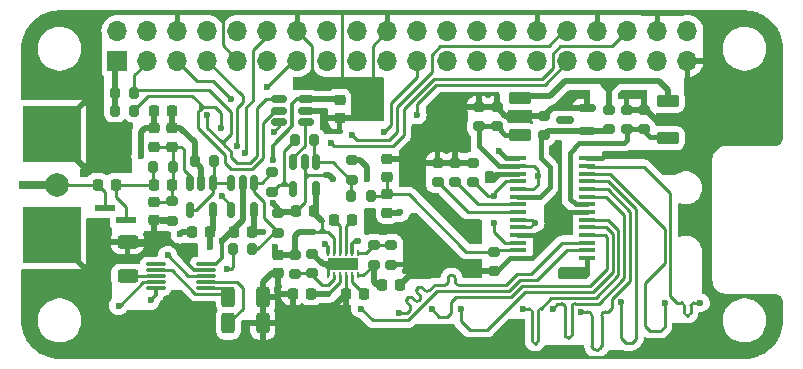
<source format=gbr>
%TF.GenerationSoftware,KiCad,Pcbnew,8.0.6*%
%TF.CreationDate,2024-12-01T10:06:18+07:00*%
%TF.ProjectId,ADC_pHAT_AFE_ADC10080,4144435f-7048-4415-945f-4146455f4144,rev?*%
%TF.SameCoordinates,PX5cbead0PY5705d50*%
%TF.FileFunction,Copper,L1,Top*%
%TF.FilePolarity,Positive*%
%FSLAX46Y46*%
G04 Gerber Fmt 4.6, Leading zero omitted, Abs format (unit mm)*
G04 Created by KiCad (PCBNEW 8.0.6) date 2024-12-01 10:06:18*
%MOMM*%
%LPD*%
G01*
G04 APERTURE LIST*
G04 Aperture macros list*
%AMRoundRect*
0 Rectangle with rounded corners*
0 $1 Rounding radius*
0 $2 $3 $4 $5 $6 $7 $8 $9 X,Y pos of 4 corners*
0 Add a 4 corners polygon primitive as box body*
4,1,4,$2,$3,$4,$5,$6,$7,$8,$9,$2,$3,0*
0 Add four circle primitives for the rounded corners*
1,1,$1+$1,$2,$3*
1,1,$1+$1,$4,$5*
1,1,$1+$1,$6,$7*
1,1,$1+$1,$8,$9*
0 Add four rect primitives between the rounded corners*
20,1,$1+$1,$2,$3,$4,$5,0*
20,1,$1+$1,$4,$5,$6,$7,0*
20,1,$1+$1,$6,$7,$8,$9,0*
20,1,$1+$1,$8,$9,$2,$3,0*%
G04 Aperture macros list end*
%TA.AperFunction,SMDPad,CuDef*%
%ADD10RoundRect,0.150000X0.587500X0.150000X-0.587500X0.150000X-0.587500X-0.150000X0.587500X-0.150000X0*%
%TD*%
%TA.AperFunction,SMDPad,CuDef*%
%ADD11RoundRect,0.200000X0.275000X-0.200000X0.275000X0.200000X-0.275000X0.200000X-0.275000X-0.200000X0*%
%TD*%
%TA.AperFunction,SMDPad,CuDef*%
%ADD12RoundRect,0.225000X0.225000X0.250000X-0.225000X0.250000X-0.225000X-0.250000X0.225000X-0.250000X0*%
%TD*%
%TA.AperFunction,SMDPad,CuDef*%
%ADD13RoundRect,0.218750X-0.256250X0.218750X-0.256250X-0.218750X0.256250X-0.218750X0.256250X0.218750X0*%
%TD*%
%TA.AperFunction,SMDPad,CuDef*%
%ADD14RoundRect,0.225000X-0.250000X0.225000X-0.250000X-0.225000X0.250000X-0.225000X0.250000X0.225000X0*%
%TD*%
%TA.AperFunction,SMDPad,CuDef*%
%ADD15RoundRect,0.200000X0.200000X0.275000X-0.200000X0.275000X-0.200000X-0.275000X0.200000X-0.275000X0*%
%TD*%
%TA.AperFunction,SMDPad,CuDef*%
%ADD16RoundRect,0.200000X-0.275000X0.200000X-0.275000X-0.200000X0.275000X-0.200000X0.275000X0.200000X0*%
%TD*%
%TA.AperFunction,SMDPad,CuDef*%
%ADD17RoundRect,0.218750X0.256250X-0.218750X0.256250X0.218750X-0.256250X0.218750X-0.256250X-0.218750X0*%
%TD*%
%TA.AperFunction,SMDPad,CuDef*%
%ADD18RoundRect,0.150000X0.512500X0.150000X-0.512500X0.150000X-0.512500X-0.150000X0.512500X-0.150000X0*%
%TD*%
%TA.AperFunction,SMDPad,CuDef*%
%ADD19RoundRect,0.062500X0.062500X-0.187500X0.062500X0.187500X-0.062500X0.187500X-0.062500X-0.187500X0*%
%TD*%
%TA.AperFunction,ComponentPad*%
%ADD20C,0.600000*%
%TD*%
%TA.AperFunction,SMDPad,CuDef*%
%ADD21R,2.650000X1.000000*%
%TD*%
%TA.AperFunction,SMDPad,CuDef*%
%ADD22RoundRect,0.200000X-0.200000X-0.275000X0.200000X-0.275000X0.200000X0.275000X-0.200000X0.275000X0*%
%TD*%
%TA.AperFunction,ComponentPad*%
%ADD23C,2.000000*%
%TD*%
%TA.AperFunction,SMDPad,CuDef*%
%ADD24R,2.350000X0.700000*%
%TD*%
%TA.AperFunction,SMDPad,CuDef*%
%ADD25R,4.900000X4.800000*%
%TD*%
%TA.AperFunction,SMDPad,CuDef*%
%ADD26RoundRect,0.250000X-0.700000X0.275000X-0.700000X-0.275000X0.700000X-0.275000X0.700000X0.275000X0*%
%TD*%
%TA.AperFunction,SMDPad,CuDef*%
%ADD27RoundRect,0.075000X0.737500X0.075000X-0.737500X0.075000X-0.737500X-0.075000X0.737500X-0.075000X0*%
%TD*%
%TA.AperFunction,SMDPad,CuDef*%
%ADD28RoundRect,0.225000X-0.225000X-0.250000X0.225000X-0.250000X0.225000X0.250000X-0.225000X0.250000X0*%
%TD*%
%TA.AperFunction,SMDPad,CuDef*%
%ADD29R,1.475000X0.450000*%
%TD*%
%TA.AperFunction,SMDPad,CuDef*%
%ADD30RoundRect,0.250000X-0.312500X-0.625000X0.312500X-0.625000X0.312500X0.625000X-0.312500X0.625000X0*%
%TD*%
%TA.AperFunction,SMDPad,CuDef*%
%ADD31RoundRect,0.225000X0.250000X-0.225000X0.250000X0.225000X-0.250000X0.225000X-0.250000X-0.225000X0*%
%TD*%
%TA.AperFunction,SMDPad,CuDef*%
%ADD32RoundRect,0.250000X0.625000X-0.312500X0.625000X0.312500X-0.625000X0.312500X-0.625000X-0.312500X0*%
%TD*%
%TA.AperFunction,SMDPad,CuDef*%
%ADD33R,1.750000X0.600000*%
%TD*%
%TA.AperFunction,SMDPad,CuDef*%
%ADD34RoundRect,0.150000X-0.150000X0.512500X-0.150000X-0.512500X0.150000X-0.512500X0.150000X0.512500X0*%
%TD*%
%TA.AperFunction,ComponentPad*%
%ADD35R,1.700000X1.700000*%
%TD*%
%TA.AperFunction,ComponentPad*%
%ADD36O,1.700000X1.700000*%
%TD*%
%TA.AperFunction,ViaPad*%
%ADD37C,0.600000*%
%TD*%
%TA.AperFunction,Conductor*%
%ADD38C,0.250000*%
%TD*%
%TA.AperFunction,Conductor*%
%ADD39C,0.500000*%
%TD*%
%TA.AperFunction,Conductor*%
%ADD40C,0.300000*%
%TD*%
%TA.AperFunction,Conductor*%
%ADD41C,0.400000*%
%TD*%
%TA.AperFunction,Conductor*%
%ADD42C,0.450000*%
%TD*%
G04 APERTURE END LIST*
D10*
%TO.P,U2,1,K*%
%TO.N,/VREF*%
X48187500Y19550000D03*
%TO.P,U2,2,A*%
%TO.N,GNDA*%
X48187500Y21450000D03*
%TO.P,U2,3,NC*%
%TO.N,unconnected-(U2-NC-Pad3)*%
X46312500Y20500000D03*
%TD*%
D11*
%TO.P,R2,1*%
%TO.N,/VREF*%
X50000000Y19675000D03*
%TO.P,R2,2*%
%TO.N,+3.3V*%
X50000000Y21325000D03*
%TD*%
D12*
%TO.P,C15,1*%
%TO.N,Net-(U3-CP)*%
X29275000Y5750000D03*
%TO.P,C15,2*%
%TO.N,GNDA*%
X27725000Y5750000D03*
%TD*%
D13*
%TO.P,D3,1,K*%
%TO.N,VIN*%
X31250000Y14187500D03*
%TO.P,D3,2,A*%
%TO.N,-3V3*%
X31250000Y12612500D03*
%TD*%
D14*
%TO.P,C13,1*%
%TO.N,+3.3VA*%
X22000000Y9025000D03*
%TO.P,C13,2*%
%TO.N,GNDA*%
X22000000Y7475000D03*
%TD*%
D15*
%TO.P,R11,1*%
%TO.N,Net-(R11-Pad1)*%
X25075000Y18750000D03*
%TO.P,R11,2*%
%TO.N,Net-(U5--)*%
X23425000Y18750000D03*
%TD*%
D11*
%TO.P,C9,1*%
%TO.N,Net-(IC1-VCOM)*%
X38500000Y15175000D03*
%TO.P,C9,2*%
%TO.N,GNDA*%
X38500000Y16825000D03*
%TD*%
D16*
%TO.P,R14,1*%
%TO.N,Net-(R10-Pad2)*%
X21500000Y16025000D03*
%TO.P,R14,2*%
%TO.N,Net-(U5--)*%
X21500000Y14375000D03*
%TD*%
D11*
%TO.P,R3,1*%
%TO.N,-3V3*%
X30100000Y8225000D03*
%TO.P,R3,2*%
%TO.N,Net-(U3-FB-)*%
X30100000Y9875000D03*
%TD*%
D17*
%TO.P,D2,1,K*%
%TO.N,Net-(D1-A)*%
X13000000Y18212500D03*
%TO.P,D2,2,A*%
%TO.N,-3V3*%
X13000000Y19787500D03*
%TD*%
D15*
%TO.P,R5,1*%
%TO.N,SCL*%
X9825000Y21250000D03*
%TO.P,R5,2*%
%TO.N,+3.3VP*%
X8175000Y21250000D03*
%TD*%
D18*
%TO.P,U8,1,VOUT*%
%TO.N,Net-(U5-+)*%
X24387500Y20300000D03*
%TO.P,U8,2,GND*%
%TO.N,GNDA*%
X24387500Y21250000D03*
%TO.P,U8,3,VDD*%
%TO.N,+3.3VA*%
X24387500Y22200000D03*
%TO.P,U8,4,SDA*%
%TO.N,SDA*%
X22112500Y22200000D03*
%TO.P,U8,5,SCL*%
%TO.N,SCL*%
X22112500Y21250000D03*
%TO.P,U8,6,A0*%
%TO.N,A00*%
X22112500Y20300000D03*
%TD*%
D13*
%TO.P,D1,1,K*%
%TO.N,+3.3VA*%
X11500000Y19787500D03*
%TO.P,D1,2,A*%
%TO.N,Net-(D1-A)*%
X11500000Y18212500D03*
%TD*%
D19*
%TO.P,U3,1,PGOOD*%
%TO.N,GNDA*%
X26250000Y7300000D03*
%TO.P,U3,2,FB+*%
%TO.N,Net-(U3-FB+)*%
X26750000Y7300000D03*
%TO.P,U3,3,VIN*%
%TO.N,+5V*%
X27250000Y7300000D03*
%TO.P,U3,4,GND*%
%TO.N,GNDA*%
X27750000Y7300000D03*
%TO.P,U3,5,CP*%
%TO.N,Net-(U3-CP)*%
X28250000Y7300000D03*
%TO.P,U3,6,OUT-*%
%TO.N,-3V3*%
X28750000Y7300000D03*
%TO.P,U3,7,FB-*%
%TO.N,Net-(U3-FB-)*%
X28750000Y9200000D03*
%TO.P,U3,8,EN-*%
%TO.N,+5V*%
X28250000Y9200000D03*
%TO.P,U3,9,C-*%
%TO.N,Net-(U3-C-)*%
X27750000Y9200000D03*
%TO.P,U3,10,C+*%
%TO.N,Net-(U3-C+)*%
X27250000Y9200000D03*
%TO.P,U3,11,OUT+*%
%TO.N,+3.3VA*%
X26750000Y9200000D03*
%TO.P,U3,12,EN+*%
%TO.N,+5V*%
X26250000Y9200000D03*
D20*
%TO.P,U3,13,PAD*%
%TO.N,GNDA*%
X26500000Y8250000D03*
X27500000Y8250000D03*
D21*
X27500000Y8250000D03*
D20*
X28500000Y8250000D03*
%TD*%
D22*
%TO.P,R19,1*%
%TO.N,-3V3*%
X14925000Y17000000D03*
%TO.P,R19,2*%
%TO.N,Net-(U6--)*%
X16575000Y17000000D03*
%TD*%
D23*
%TO.P,REF\u002A\u002A,1*%
%TO.N,Net-(J1-Pin_2)*%
X3300000Y15000000D03*
%TD*%
D24*
%TO.P,J3,1,In*%
%TO.N,Net-(J1-Pin_2)*%
X1250000Y15000000D03*
D25*
%TO.P,J3,2,Ext*%
%TO.N,GNDA*%
X2825000Y19250000D03*
X2825000Y10750000D03*
%TD*%
D26*
%TO.P,FB2,1*%
%TO.N,+3.3V*%
X55000000Y22075000D03*
%TO.P,FB2,2*%
%TO.N,Net-(IC1-VDDIO)*%
X55000000Y18925000D03*
%TD*%
D27*
%TO.P,U4,1,S1*%
%TO.N,Net-(U4-S1)*%
X15862500Y6250000D03*
%TO.P,U4,2,D1*%
%TO.N,Net-(U4-D1)*%
X15862500Y6750000D03*
%TO.P,U4,3,IN2*%
%TO.N,SEL1*%
X15862500Y7250000D03*
%TO.P,U4,4,GND*%
%TO.N,GNDA*%
X15862500Y7750000D03*
%TO.P,U4,5,VSS*%
%TO.N,-3V3*%
X15862500Y8250000D03*
%TO.P,U4,6,NC*%
%TO.N,unconnected-(U4-NC-Pad6)*%
X11637500Y8250000D03*
%TO.P,U4,7,S2*%
%TO.N,Net-(U4-S1)*%
X11637500Y7750000D03*
%TO.P,U4,8,D2*%
%TO.N,Net-(U4-D2)*%
X11637500Y7250000D03*
%TO.P,U4,9,IN1*%
%TO.N,SEL0*%
X11637500Y6750000D03*
%TO.P,U4,10,VDD*%
%TO.N,+3.3VA*%
X11637500Y6250000D03*
%TD*%
D28*
%TO.P,C18,1*%
%TO.N,Net-(J1-Pin_1)*%
X11475000Y15000000D03*
%TO.P,C18,2*%
%TO.N,Net-(D1-A)*%
X13025000Y15000000D03*
%TD*%
D22*
%TO.P,R13,1*%
%TO.N,Net-(R11-Pad1)*%
X28175000Y14000000D03*
%TO.P,R13,2*%
%TO.N,VIN*%
X29825000Y14000000D03*
%TD*%
D11*
%TO.P,C3,1*%
%TO.N,Net-(IC1-VDDIO)*%
X53000000Y19675000D03*
%TO.P,C3,2*%
%TO.N,GNDA*%
X53000000Y21325000D03*
%TD*%
D29*
%TO.P,IC1,1,CLK*%
%TO.N,ADC_CLK*%
X42307000Y17215000D03*
%TO.P,IC1,2,VDDA_1*%
%TO.N,Net-(IC1-IRS)*%
X42307000Y16565000D03*
%TO.P,IC1,3,VSSA_1*%
%TO.N,GNDA*%
X42307000Y15915000D03*
%TO.P,IC1,4,VCOM*%
%TO.N,Net-(IC1-VCOM)*%
X42307000Y15265000D03*
%TO.P,IC1,5,IRS*%
%TO.N,Net-(IC1-IRS)*%
X42307000Y14615000D03*
%TO.P,IC1,6,VREF*%
%TO.N,/VREF*%
X42307000Y13965000D03*
%TO.P,IC1,7,VREFT*%
%TO.N,Net-(IC1-VREFT)*%
X42307000Y13315000D03*
%TO.P,IC1,8,VREFB*%
%TO.N,Net-(IC1-VREFB)*%
X42307000Y12665000D03*
%TO.P,IC1,9,VDDA_2*%
%TO.N,Net-(IC1-IRS)*%
X42307000Y12015000D03*
%TO.P,IC1,10,VDDA_3*%
X42307000Y11365000D03*
%TO.P,IC1,11,VSSA_2*%
%TO.N,GNDA*%
X42307000Y10715000D03*
%TO.P,IC1,12,VIN-*%
%TO.N,Net-(IC1-VCOM)*%
X42307000Y10065000D03*
%TO.P,IC1,13,VIN+*%
%TO.N,VIN*%
X42307000Y9415000D03*
%TO.P,IC1,14,VSSA_3*%
%TO.N,GNDA*%
X42307000Y8765000D03*
%TO.P,IC1,15,DF*%
X48183000Y8765000D03*
%TO.P,IC1,16,D9*%
%TO.N,GPIO9*%
X48183000Y9415000D03*
%TO.P,IC1,17,D8*%
%TO.N,GPIO8*%
X48183000Y10065000D03*
%TO.P,IC1,18,D7*%
%TO.N,GPIO7*%
X48183000Y10715000D03*
%TO.P,IC1,19,D6*%
%TO.N,GPIO6*%
X48183000Y11365000D03*
%TO.P,IC1,20,D5*%
%TO.N,GPIO5*%
X48183000Y12015000D03*
%TO.P,IC1,21,VSSIO*%
%TO.N,GNDA*%
X48183000Y12665000D03*
%TO.P,IC1,22,VDDIO*%
%TO.N,Net-(IC1-VDDIO)*%
X48183000Y13315000D03*
%TO.P,IC1,23,D4*%
%TO.N,GPIO4*%
X48183000Y13965000D03*
%TO.P,IC1,24,D3*%
%TO.N,GPIO3*%
X48183000Y14615000D03*
%TO.P,IC1,25,D2*%
%TO.N,GPIO2*%
X48183000Y15265000D03*
%TO.P,IC1,26,D1*%
%TO.N,GPIO1*%
X48183000Y15915000D03*
%TO.P,IC1,27,D0*%
%TO.N,GPIO0*%
X48183000Y16565000D03*
%TO.P,IC1,28,STBY*%
%TO.N,GNDA*%
X48183000Y17215000D03*
%TD*%
D11*
%TO.P,C7,1*%
%TO.N,Net-(IC1-VREFB)*%
X35500000Y15175000D03*
%TO.P,C7,2*%
%TO.N,GNDA*%
X35500000Y16825000D03*
%TD*%
%TO.P,C2,1*%
%TO.N,Net-(IC1-IRS)*%
X40500000Y19925000D03*
%TO.P,C2,2*%
%TO.N,GNDA*%
X40500000Y21575000D03*
%TD*%
%TO.P,C1,1*%
%TO.N,Net-(IC1-IRS)*%
X39000000Y19925000D03*
%TO.P,C1,2*%
%TO.N,GNDA*%
X39000000Y21575000D03*
%TD*%
D30*
%TO.P,R8,1*%
%TO.N,Net-(U4-D1)*%
X17787500Y3250000D03*
%TO.P,R8,2*%
%TO.N,GNDA*%
X20712500Y3250000D03*
%TD*%
D31*
%TO.P,C23,1*%
%TO.N,VIN*%
X31250000Y15625000D03*
%TO.P,C23,2*%
%TO.N,GNDA*%
X31250000Y17175000D03*
%TD*%
D22*
%TO.P,R12,1*%
%TO.N,Net-(J1-Pin_1)*%
X11425000Y16500000D03*
%TO.P,R12,2*%
%TO.N,Net-(D1-A)*%
X13075000Y16500000D03*
%TD*%
D12*
%TO.P,C8,1*%
%TO.N,+5V*%
X24775000Y5750000D03*
%TO.P,C8,2*%
%TO.N,GNDA*%
X23225000Y5750000D03*
%TD*%
D11*
%TO.P,C4,1*%
%TO.N,Net-(IC1-VDDIO)*%
X51500000Y19675000D03*
%TO.P,C4,2*%
%TO.N,GNDA*%
X51500000Y21325000D03*
%TD*%
D16*
%TO.P,R18,1*%
%TO.N,-3V3*%
X28250000Y17075000D03*
%TO.P,R18,2*%
%TO.N,Net-(R11-Pad1)*%
X28250000Y15425000D03*
%TD*%
D28*
%TO.P,C21,1*%
%TO.N,Net-(J1-Pin_2)*%
X6725000Y15000000D03*
%TO.P,C21,2*%
%TO.N,Net-(J1-Pin_1)*%
X8275000Y15000000D03*
%TD*%
D16*
%TO.P,R7,1*%
%TO.N,GNDA*%
X24910000Y9150000D03*
%TO.P,R7,2*%
%TO.N,Net-(U3-FB+)*%
X24910000Y7500000D03*
%TD*%
D14*
%TO.P,C22,1*%
%TO.N,Net-(D1-A)*%
X11500000Y13525000D03*
%TO.P,C22,2*%
%TO.N,GNDA*%
X11500000Y11975000D03*
%TD*%
D12*
%TO.P,C17,1*%
%TO.N,+3.3VA*%
X16275000Y11000000D03*
%TO.P,C17,2*%
%TO.N,-3V3*%
X14725000Y11000000D03*
%TD*%
%TO.P,C20,1*%
%TO.N,+3.3VA*%
X25025000Y12750000D03*
%TO.P,C20,2*%
%TO.N,-3V3*%
X23475000Y12750000D03*
%TD*%
D11*
%TO.P,C6,1*%
%TO.N,Net-(IC1-VREFT)*%
X37000000Y15175000D03*
%TO.P,C6,2*%
%TO.N,GNDA*%
X37000000Y16825000D03*
%TD*%
D32*
%TO.P,R9,1*%
%TO.N,Net-(U4-D2)*%
X9250000Y7237500D03*
%TO.P,R9,2*%
%TO.N,GNDA*%
X9250000Y10162500D03*
%TD*%
D11*
%TO.P,R4,1*%
%TO.N,GNDA*%
X31600000Y8225000D03*
%TO.P,R4,2*%
%TO.N,Net-(U3-FB-)*%
X31600000Y9875000D03*
%TD*%
D33*
%TO.P,J1,1,Pin_1*%
%TO.N,Net-(J1-Pin_1)*%
X9125000Y12000000D03*
%TO.P,J1,2,Pin_2*%
%TO.N,Net-(J1-Pin_2)*%
X7375000Y13000000D03*
%TD*%
D12*
%TO.P,C19,1*%
%TO.N,+3.3VA*%
X19775000Y11000000D03*
%TO.P,C19,2*%
%TO.N,-3V3*%
X18225000Y11000000D03*
%TD*%
D34*
%TO.P,U6,1*%
%TO.N,Net-(U6--)*%
X16450000Y15137500D03*
%TO.P,U6,2*%
%TO.N,-3V3*%
X15500000Y15137500D03*
%TO.P,U6,3,+*%
%TO.N,Net-(D1-A)*%
X14550000Y15137500D03*
%TO.P,U6,4,-*%
%TO.N,Net-(U6--)*%
X14550000Y12862500D03*
%TO.P,U6,5*%
%TO.N,+3.3VA*%
X16450000Y12862500D03*
%TD*%
D16*
%TO.P,R17,1*%
%TO.N,-3V3*%
X22000000Y12575000D03*
%TO.P,R17,2*%
%TO.N,Net-(R10-Pad2)*%
X22000000Y10925000D03*
%TD*%
%TO.P,C10,1*%
%TO.N,VIN*%
X40250000Y9325000D03*
%TO.P,C10,2*%
%TO.N,GNDA*%
X40250000Y7675000D03*
%TD*%
D11*
%TO.P,C5,1*%
%TO.N,/VREF*%
X44500000Y19175000D03*
%TO.P,C5,2*%
%TO.N,GNDA*%
X44500000Y20825000D03*
%TD*%
D12*
%TO.P,C16,1*%
%TO.N,-3V3*%
X13025000Y21250000D03*
%TO.P,C16,2*%
%TO.N,+3.3VA*%
X11475000Y21250000D03*
%TD*%
D22*
%TO.P,R10,1*%
%TO.N,Net-(U4-S1)*%
X18175000Y9500000D03*
%TO.P,R10,2*%
%TO.N,Net-(R10-Pad2)*%
X19825000Y9500000D03*
%TD*%
D15*
%TO.P,R6,1*%
%TO.N,SDA*%
X9825000Y22750000D03*
%TO.P,R6,2*%
%TO.N,+3.3VP*%
X8175000Y22750000D03*
%TD*%
D16*
%TO.P,R1,1*%
%TO.N,+3.3VA*%
X23410000Y9075000D03*
%TO.P,R1,2*%
%TO.N,Net-(U3-FB+)*%
X23410000Y7425000D03*
%TD*%
D28*
%TO.P,C12,1*%
%TO.N,Net-(U3-C+)*%
X26725000Y12000000D03*
%TO.P,C12,2*%
%TO.N,Net-(U3-C-)*%
X28275000Y12000000D03*
%TD*%
%TO.P,C14,1*%
%TO.N,-3V3*%
X30775000Y6500000D03*
%TO.P,C14,2*%
%TO.N,GNDA*%
X32325000Y6500000D03*
%TD*%
D26*
%TO.P,FB1,1*%
%TO.N,+3.3V*%
X42500000Y22325000D03*
%TO.P,FB1,2*%
%TO.N,Net-(IC1-IRS)*%
X42500000Y19175000D03*
%TD*%
D34*
%TO.P,U5,1*%
%TO.N,Net-(R11-Pad1)*%
X25200000Y16887500D03*
%TO.P,U5,2*%
%TO.N,-3V3*%
X24250000Y16887500D03*
%TO.P,U5,3,+*%
%TO.N,Net-(U5-+)*%
X23300000Y16887500D03*
%TO.P,U5,4,-*%
%TO.N,Net-(U5--)*%
X23300000Y14612500D03*
%TO.P,U5,5*%
%TO.N,+3.3VA*%
X25200000Y14612500D03*
%TD*%
D30*
%TO.P,R16,1*%
%TO.N,Net-(U4-S1)*%
X17787500Y5500000D03*
%TO.P,R16,2*%
%TO.N,GNDA*%
X20712500Y5500000D03*
%TD*%
D11*
%TO.P,R15,1*%
%TO.N,GNDA*%
X13000000Y11925000D03*
%TO.P,R15,2*%
%TO.N,Net-(D1-A)*%
X13000000Y13575000D03*
%TD*%
D14*
%TO.P,C24,1*%
%TO.N,+3.3VA*%
X27200000Y22175000D03*
%TO.P,C24,2*%
%TO.N,GNDA*%
X27200000Y20625000D03*
%TD*%
D34*
%TO.P,U7,1*%
%TO.N,Net-(R10-Pad2)*%
X19950000Y15137500D03*
%TO.P,U7,2*%
%TO.N,-3V3*%
X19000000Y15137500D03*
%TO.P,U7,3,+*%
%TO.N,Net-(U6--)*%
X18050000Y15137500D03*
%TO.P,U7,4,-*%
%TO.N,Net-(U4-S1)*%
X18050000Y12862500D03*
%TO.P,U7,5*%
%TO.N,+3.3VA*%
X19950000Y12862500D03*
%TD*%
D35*
%TO.P,J2,1,Pin_1*%
%TO.N,+3.3VP*%
X8400000Y25460000D03*
D36*
%TO.P,J2,2,Pin_2*%
%TO.N,+5V*%
X8400000Y28000000D03*
%TO.P,J2,3,Pin_3*%
%TO.N,SDA*%
X10940000Y25460000D03*
%TO.P,J2,4,Pin_4*%
%TO.N,+5V*%
X10940000Y28000000D03*
%TO.P,J2,5,Pin_5*%
%TO.N,SCL*%
X13480000Y25460000D03*
%TO.P,J2,6,Pin_6*%
%TO.N,GNDA*%
X13480000Y28000000D03*
%TO.P,J2,7,Pin_7*%
%TO.N,SEL0*%
X16020000Y25460000D03*
%TO.P,J2,8,Pin_8*%
%TO.N,TX*%
X16020000Y28000000D03*
%TO.P,J2,9,Pin_9*%
%TO.N,GNDA*%
X18560000Y25460000D03*
%TO.P,J2,10,Pin_10*%
%TO.N,RX*%
X18560000Y28000000D03*
%TO.P,J2,11,Pin_11*%
%TO.N,GPIO21*%
X21100000Y25460000D03*
%TO.P,J2,12,Pin_12*%
%TO.N,SEL1*%
X21100000Y28000000D03*
%TO.P,J2,13,Pin_13*%
%TO.N,A00*%
X23640000Y25460000D03*
%TO.P,J2,14,Pin_14*%
%TO.N,GNDA*%
X23640000Y28000000D03*
%TO.P,J2,15,Pin_15*%
%TO.N,GPIO22*%
X26180000Y25460000D03*
%TO.P,J2,16,Pin_16*%
%TO.N,unconnected-(J2-Pin_16-Pad16)*%
X26180000Y28000000D03*
%TO.P,J2,17,Pin_17*%
%TO.N,unconnected-(J2-Pin_17-Pad17)*%
X28720000Y25460000D03*
%TO.P,J2,18,Pin_18*%
%TO.N,unconnected-(J2-Pin_18-Pad18)*%
X28720000Y28000000D03*
%TO.P,J2,19,Pin_19*%
%TO.N,SPI_MO*%
X31260000Y25460000D03*
%TO.P,J2,20,Pin_20*%
%TO.N,GNDA*%
X31260000Y28000000D03*
%TO.P,J2,21,Pin_21*%
%TO.N,SPI_MI*%
X33800000Y25460000D03*
%TO.P,J2,22,Pin_22*%
%TO.N,unconnected-(J2-Pin_22-Pad22)*%
X33800000Y28000000D03*
%TO.P,J2,23,Pin_23*%
%TO.N,SPI_CLK*%
X36340000Y25460000D03*
%TO.P,J2,24,Pin_24*%
%TO.N,SPI_CS*%
X36340000Y28000000D03*
%TO.P,J2,25,Pin_25*%
%TO.N,GNDA*%
X38880000Y25460000D03*
%TO.P,J2,26,Pin_26*%
%TO.N,GPIO27_ADC1*%
X38880000Y28000000D03*
%TO.P,J2,27,Pin_27*%
%TO.N,unconnected-(J2-Pin_27-Pad27)*%
X41420000Y25460000D03*
%TO.P,J2,28,Pin_28*%
%TO.N,unconnected-(J2-Pin_28-Pad28)*%
X41420000Y28000000D03*
%TO.P,J2,29,Pin_29*%
%TO.N,ADC_VREF*%
X43960000Y25460000D03*
%TO.P,J2,30,Pin_30*%
%TO.N,GNDA*%
X43960000Y28000000D03*
%TO.P,J2,31,Pin_31*%
%TO.N,GPIO26_ADC0*%
X46500000Y25460000D03*
%TO.P,J2,32,Pin_32*%
%TO.N,GPIO24*%
X46500000Y28000000D03*
%TO.P,J2,33,Pin_33*%
%TO.N,GPIO28_ADC2*%
X49040000Y25460000D03*
%TO.P,J2,34,Pin_34*%
%TO.N,GNDA*%
X49040000Y28000000D03*
%TO.P,J2,35,Pin_35*%
%TO.N,unconnected-(J2-Pin_35-Pad35)*%
X51580000Y25460000D03*
%TO.P,J2,36,Pin_36*%
%TO.N,GPIO25*%
X51580000Y28000000D03*
%TO.P,J2,37,Pin_37*%
%TO.N,unconnected-(J2-Pin_37-Pad37)*%
X54120000Y25460000D03*
%TO.P,J2,38,Pin_38*%
%TO.N,GNDA*%
X54120000Y28000000D03*
%TO.P,J2,39,Pin_39*%
X56660000Y25460000D03*
%TO.P,J2,40,Pin_40*%
%TO.N,unconnected-(J2-Pin_40-Pad40)*%
X56660000Y28000000D03*
%TD*%
D37*
%TO.N,SDA*%
X16000000Y20900000D03*
%TO.N,+3.3V*%
X46500000Y23750000D03*
%TO.N,SCL*%
X18000000Y22250000D03*
X17200000Y19800000D03*
%TO.N,+3.3VA*%
X20750000Y11000000D03*
X11200000Y5200000D03*
X21750000Y9750000D03*
X10375000Y17375000D03*
X16250000Y9750000D03*
X21550000Y17100000D03*
%TO.N,+5V*%
X26250000Y5750000D03*
X26000000Y10000000D03*
X28750000Y10250000D03*
%TO.N,-3V3*%
X26650000Y15500000D03*
X30100000Y7200000D03*
X29500000Y15500000D03*
X17250000Y10250000D03*
X15500000Y16250000D03*
X21550000Y13400000D03*
X13700000Y10800000D03*
X32350000Y12650000D03*
%TO.N,GNDA*%
X33500000Y9750000D03*
X34550000Y14200000D03*
X33500000Y8500000D03*
X6250000Y21000000D03*
X6250000Y7250000D03*
X51100000Y22550000D03*
X4750000Y7250000D03*
X4750000Y22500000D03*
X37250000Y11500000D03*
X38750000Y10250000D03*
X13250000Y5750000D03*
X45650000Y13900000D03*
X46600000Y11050000D03*
X33500000Y12250000D03*
X34750000Y8500000D03*
X51100000Y17500000D03*
X38750000Y11750000D03*
X52050000Y22550000D03*
X35500000Y10250000D03*
X58350000Y600000D03*
X6250000Y18500000D03*
X12650000Y4900000D03*
X59050000Y5400000D03*
X33750000Y18500000D03*
X7550000Y7750000D03*
X38750000Y1000000D03*
X58400000Y16450000D03*
X3250000Y22500000D03*
X7250000Y4750000D03*
X44950000Y12850000D03*
X6250000Y17250000D03*
X44900000Y11050000D03*
X13450000Y4650000D03*
X2000000Y22500000D03*
X34500000Y11250000D03*
X31000000Y11150000D03*
X26250000Y4650000D03*
X29800000Y11150000D03*
X15800000Y4800000D03*
X39000000Y7675000D03*
X49750000Y17500000D03*
X14500000Y9100000D03*
X45550000Y17950000D03*
X3250000Y7250000D03*
X40000000Y15500000D03*
X25000000Y24250000D03*
X32750000Y17000000D03*
X59250000Y22750000D03*
X29800000Y12450000D03*
X46000000Y7500000D03*
X21900000Y6100000D03*
X47750000Y7500000D03*
X32750000Y15250000D03*
X6250000Y22500000D03*
X38000000Y8250000D03*
X750000Y7250000D03*
X36750000Y9000000D03*
X59550000Y29450000D03*
X36000000Y12750000D03*
X2000000Y7250000D03*
X6250000Y19750000D03*
X55050000Y16100000D03*
X750000Y22500000D03*
%TO.N,GPIO26_ADC0*%
X33770000Y20890000D03*
%TO.N,ADC_CLK*%
X40695000Y17840000D03*
%TO.N,GPIO2*%
X51020000Y5015000D03*
%TO.N,GPIO7*%
X34995000Y4490000D03*
%TO.N,GPIO5*%
X42745000Y4490000D03*
%TO.N,GPIO3*%
X47620000Y4240000D03*
%TO.N,GPIO1*%
X54745000Y4990000D03*
%TO.N,GPIO6*%
X37495000Y4490000D03*
%TO.N,GPIO0*%
X57745000Y4990000D03*
%TO.N,GPIO4*%
X45245000Y4490000D03*
%TO.N,GPIO25*%
X26500000Y18500000D03*
%TO.N,SPI_MI*%
X31000000Y19450000D03*
%TO.N,GPIO24*%
X28250000Y19200000D03*
%TO.N,SEL1*%
X12650000Y9000000D03*
X19200000Y17650000D03*
%TO.N,SEL0*%
X18550000Y18250000D03*
X8500000Y4750000D03*
%TO.N,Net-(U4-S1)*%
X17800000Y5850000D03*
X17650000Y7850000D03*
X17250000Y14000000D03*
%TO.N,A00*%
X21070000Y23250000D03*
X21625000Y19475000D03*
%TO.N,Net-(IC1-IRS)*%
X43750000Y11750000D03*
X44000000Y15700000D03*
%TO.N,Net-(IC1-VCOM)*%
X40250000Y11750000D03*
X40250000Y14000000D03*
%TO.N,GPIO9*%
X28995000Y4490000D03*
%TO.N,GPIO8*%
X32195000Y4140000D03*
%TD*%
D38*
%TO.N,SDA*%
X9825000Y22750000D02*
X9825000Y24245000D01*
X17425000Y18375000D02*
X17525000Y18275000D01*
X17425000Y18675000D02*
X17425000Y18375000D01*
X10075000Y23000000D02*
X9825000Y22750000D01*
X16150000Y23000000D02*
X10075000Y23000000D01*
X17125000Y18675000D02*
X17525000Y18275000D01*
X18000000Y21150000D02*
X16150000Y23000000D01*
X20250000Y21500000D02*
X20950000Y22200000D01*
X17525000Y18275000D02*
X18000000Y17800000D01*
X18000000Y19250000D02*
X18000000Y21150000D01*
X17425000Y18675000D02*
X18000000Y19250000D01*
X20950000Y22200000D02*
X22112500Y22200000D01*
X17425000Y18675000D02*
X17125000Y18675000D01*
X18000000Y17300000D02*
X18500000Y16800000D01*
X16000000Y20900000D02*
X16000000Y19800000D01*
X18500000Y16800000D02*
X19592894Y16800000D01*
X16000000Y19800000D02*
X17125000Y18675000D01*
X19592894Y16800000D02*
X20250000Y17457106D01*
X11040000Y25460000D02*
X10940000Y25460000D01*
X20250000Y17457106D02*
X20250000Y21500000D01*
X18000000Y17800000D02*
X18000000Y17300000D01*
X9825000Y24245000D02*
X11040000Y25460000D01*
D39*
%TO.N,+3.3V*%
X50000000Y23500000D02*
X50000000Y23000000D01*
X46250000Y23750000D02*
X46500000Y23750000D01*
X54250000Y23750000D02*
X55000000Y23000000D01*
X42500000Y22325000D02*
X42675000Y22500000D01*
X46500000Y23750000D02*
X49250000Y23750000D01*
X50000000Y23000000D02*
X49500000Y23500000D01*
X42675000Y22500000D02*
X45000000Y22500000D01*
X50000000Y23000000D02*
X50000000Y21325000D01*
X49250000Y23750000D02*
X54250000Y23750000D01*
X45000000Y22500000D02*
X46250000Y23750000D01*
X50250000Y23750000D02*
X49250000Y23750000D01*
X50000000Y23000000D02*
X50750000Y23750000D01*
X50500000Y23500000D02*
X50250000Y23750000D01*
X49500000Y23500000D02*
X50000000Y23500000D01*
X50750000Y23750000D02*
X51000000Y23750000D01*
X50000000Y23500000D02*
X50500000Y23500000D01*
X55000000Y23000000D02*
X55000000Y22075000D01*
D38*
%TO.N,SCL*%
X17500000Y16800000D02*
X18000000Y16300000D01*
X17200000Y21050000D02*
X17200000Y19800000D01*
X15650000Y21600000D02*
X15400000Y21350000D01*
X20750000Y17250000D02*
X20750000Y20250000D01*
X15140000Y23800000D02*
X13480000Y25460000D01*
X19800000Y16300000D02*
X20750000Y17250000D01*
X14750000Y22500000D02*
X15375000Y21875000D01*
X15500000Y21750000D02*
X15650000Y21600000D01*
X15250000Y19750000D02*
X17500000Y17500000D01*
X15375000Y21875000D02*
X15400000Y21850000D01*
X17500000Y17500000D02*
X17500000Y16800000D01*
X16650000Y21600000D02*
X17200000Y21050000D01*
X18000000Y16300000D02*
X19800000Y16300000D01*
X15650000Y21600000D02*
X16650000Y21600000D01*
X15400000Y21350000D02*
X15250000Y21200000D01*
X9825000Y21325000D02*
X11000000Y22500000D01*
X15400000Y21850000D02*
X15400000Y21350000D01*
X11000000Y22500000D02*
X14750000Y22500000D01*
X21750000Y21250000D02*
X22112500Y21250000D01*
X15250000Y21200000D02*
X15250000Y19750000D01*
X16450000Y23800000D02*
X15140000Y23800000D01*
X9825000Y21250000D02*
X9825000Y21325000D01*
X15375000Y21875000D02*
X15500000Y21750000D01*
X18000000Y22250000D02*
X16450000Y23800000D01*
X20750000Y20250000D02*
X21750000Y21250000D01*
D39*
%TO.N,+3.3VA*%
X10725000Y19800000D02*
X11487500Y19800000D01*
X21750000Y9025000D02*
X21750000Y9750000D01*
D38*
X25700000Y11250000D02*
X25450000Y11000000D01*
D39*
X11475000Y21250000D02*
X11475000Y19812500D01*
X16275000Y11000000D02*
X16450000Y11175000D01*
D38*
X27175000Y22200000D02*
X27200000Y22175000D01*
D39*
X11487500Y19800000D02*
X11500000Y19787500D01*
D40*
X23200000Y21825172D02*
X23574828Y22200000D01*
D39*
X25200000Y14612500D02*
X25200000Y12925000D01*
X25700000Y11950000D02*
X25025000Y12625000D01*
D38*
X25450000Y11000000D02*
X25400000Y11000000D01*
X25025000Y12625000D02*
X25025000Y12750000D01*
X25700000Y11950000D02*
X25700000Y11250000D01*
D39*
X19775000Y11000000D02*
X20750000Y11000000D01*
X19775000Y11000000D02*
X19950000Y11175000D01*
X23750000Y11000000D02*
X23410000Y10660000D01*
D38*
X23360000Y9025000D02*
X23410000Y9075000D01*
D40*
X23200000Y19950000D02*
X23200000Y21825172D01*
D38*
X11475000Y19812500D02*
X11500000Y19787500D01*
X25700000Y11250000D02*
X25700000Y11000000D01*
X25400000Y11000000D02*
X25000000Y11000000D01*
X26250000Y11000000D02*
X26000000Y11000000D01*
X16275000Y12687500D02*
X16450000Y12862500D01*
D39*
X24387500Y22200000D02*
X27175000Y22200000D01*
X16450000Y11175000D02*
X16450000Y12862500D01*
X21750000Y9025000D02*
X23360000Y9025000D01*
D40*
X21550000Y17100000D02*
X21550000Y18300000D01*
X21550000Y18300000D02*
X23200000Y19950000D01*
X11637500Y5637500D02*
X11637500Y6250000D01*
D38*
X26000000Y11000000D02*
X25400000Y11000000D01*
D40*
X11200000Y5200000D02*
X11637500Y5637500D01*
D39*
X19950000Y11175000D02*
X19950000Y12862500D01*
X23410000Y10660000D02*
X23410000Y9075000D01*
X25000000Y11000000D02*
X23750000Y11000000D01*
D38*
X26750000Y9200000D02*
X26750000Y10500000D01*
X25950000Y11000000D02*
X26000000Y11000000D01*
D40*
X23574828Y22200000D02*
X24387500Y22200000D01*
D38*
X26750000Y10500000D02*
X26250000Y11000000D01*
D39*
X16275000Y11000000D02*
X16275000Y9775000D01*
D38*
X25700000Y11250000D02*
X25950000Y11000000D01*
D39*
X10375000Y19450000D02*
X10725000Y19800000D01*
D38*
X25200000Y12925000D02*
X25025000Y12750000D01*
D40*
X16275000Y9775000D02*
X16250000Y9750000D01*
D39*
X10375000Y17375000D02*
X10375000Y19450000D01*
D40*
%TO.N,+5V*%
X28500000Y10250000D02*
X28750000Y10250000D01*
X26250000Y9200000D02*
X26250000Y9750000D01*
X28250000Y10000000D02*
X28500000Y10250000D01*
X26250000Y9750000D02*
X26000000Y10000000D01*
X28250000Y9200000D02*
X28250000Y10000000D01*
D38*
X27250000Y6750000D02*
X26250000Y5750000D01*
X27250000Y7300000D02*
X27250000Y6750000D01*
D39*
X26250000Y5750000D02*
X24775000Y5750000D01*
D38*
%TO.N,Net-(U3-C-)*%
X27750000Y11475000D02*
X28275000Y12000000D01*
X27750000Y9200000D02*
X27750000Y11475000D01*
%TO.N,Net-(U3-C+)*%
X27250000Y11475000D02*
X26725000Y12000000D01*
X27250000Y9200000D02*
X27250000Y11475000D01*
D39*
%TO.N,-3V3*%
X22125000Y12700000D02*
X23425000Y12700000D01*
D38*
X28750000Y7300000D02*
X29175000Y7300000D01*
X24250000Y15800000D02*
X24250000Y15550000D01*
X24250000Y15550000D02*
X24250000Y13525000D01*
X24250000Y16887500D02*
X24250000Y16000000D01*
D39*
X19000000Y12000000D02*
X19000000Y15137500D01*
D38*
X24500000Y15800000D02*
X24250000Y15550000D01*
X24550000Y15800000D02*
X25950000Y15800000D01*
X29175000Y7300000D02*
X30100000Y8225000D01*
D39*
X22000000Y12575000D02*
X22000000Y12950000D01*
X29500000Y15500000D02*
X29500000Y16500000D01*
D40*
X16750000Y8250000D02*
X17250000Y8750000D01*
D39*
X26650000Y15500000D02*
X26350000Y15800000D01*
X32312500Y12612500D02*
X31250000Y12612500D01*
X18225000Y11225000D02*
X19000000Y12000000D01*
D38*
X24250000Y15800000D02*
X24550000Y15800000D01*
D39*
X29500000Y16500000D02*
X28925000Y17075000D01*
X15500000Y16250000D02*
X15500000Y16425000D01*
X15500000Y16425000D02*
X14925000Y17000000D01*
D38*
X22000000Y12575000D02*
X22125000Y12700000D01*
D39*
X26350000Y15800000D02*
X25950000Y15800000D01*
X30100000Y6750000D02*
X30100000Y8225000D01*
X15500000Y15137500D02*
X15500000Y16250000D01*
X14725000Y11000000D02*
X13900000Y11000000D01*
X28925000Y17075000D02*
X28250000Y17075000D01*
D40*
X15862500Y8250000D02*
X16750000Y8250000D01*
D38*
X24250000Y13525000D02*
X23475000Y12750000D01*
D39*
X13900000Y11000000D02*
X13700000Y10800000D01*
D38*
X23425000Y12700000D02*
X23475000Y12750000D01*
X24550000Y15800000D02*
X24500000Y15800000D01*
D39*
X14925000Y17000000D02*
X14925000Y18575000D01*
X32350000Y12650000D02*
X32312500Y12612500D01*
D38*
X24550000Y15800000D02*
X24450000Y15800000D01*
X24450000Y15800000D02*
X24250000Y16000000D01*
D40*
X18225000Y11000000D02*
X18000000Y11000000D01*
X17250000Y8750000D02*
X17250000Y10250000D01*
D39*
X13712500Y19787500D02*
X13000000Y19787500D01*
D38*
X13025000Y19812500D02*
X13000000Y19787500D01*
D39*
X30775000Y6500000D02*
X30350000Y6500000D01*
X14925000Y18575000D02*
X13712500Y19787500D01*
X13025000Y21250000D02*
X13025000Y19812500D01*
X30350000Y6500000D02*
X30100000Y6750000D01*
X18000000Y11000000D02*
X17250000Y10250000D01*
X22000000Y12950000D02*
X21550000Y13400000D01*
D38*
X18225000Y11000000D02*
X18225000Y11225000D01*
X24250000Y16000000D02*
X24250000Y15800000D01*
D39*
%TO.N,GNDA*%
X44500000Y20825000D02*
X41250000Y20825000D01*
D38*
X30000000Y21325000D02*
X30000000Y26740000D01*
D41*
X40550000Y7675000D02*
X41640000Y8765000D01*
D38*
X26250000Y7300000D02*
X26250000Y8000000D01*
D40*
X15862500Y7750000D02*
X14850000Y7750000D01*
D38*
X24900000Y26740000D02*
X23640000Y28000000D01*
D39*
X39000000Y7675000D02*
X40250000Y7675000D01*
D41*
X48183000Y17215000D02*
X49465000Y17215000D01*
D38*
X30000000Y26740000D02*
X31260000Y28000000D01*
X27450000Y23650000D02*
X27450000Y29600000D01*
D41*
X48183000Y12665000D02*
X46415000Y12665000D01*
D39*
X48187500Y21450000D02*
X48137500Y21500000D01*
X44250000Y9500000D02*
X44000000Y9250000D01*
D38*
X17300000Y26800000D02*
X17300000Y29400000D01*
D39*
X26625000Y4650000D02*
X26250000Y4650000D01*
D41*
X42307000Y8765000D02*
X43515000Y8765000D01*
X40415000Y15915000D02*
X42307000Y15915000D01*
D39*
X25810000Y8250000D02*
X24910000Y9150000D01*
X44250000Y10400000D02*
X44250000Y9500000D01*
X11500000Y11975000D02*
X12950000Y11975000D01*
D41*
X40250000Y7675000D02*
X40550000Y7675000D01*
D39*
X25700000Y21250000D02*
X25900000Y21050000D01*
X26250000Y8000000D02*
X26500000Y8250000D01*
D41*
X49465000Y17215000D02*
X49750000Y17500000D01*
X42307000Y10715000D02*
X44565000Y10715000D01*
D38*
X24900000Y24350000D02*
X24900000Y26740000D01*
D39*
X21475000Y7475000D02*
X20712500Y6712500D01*
D38*
X18560000Y25460000D02*
X18560000Y25540000D01*
D41*
X40000000Y15500000D02*
X40415000Y15915000D01*
D38*
X25000000Y24250000D02*
X25150000Y24250000D01*
D40*
X13100000Y10000000D02*
X11500000Y10000000D01*
D39*
X41250000Y20825000D02*
X40500000Y21575000D01*
D38*
X18560000Y25540000D02*
X17300000Y26800000D01*
D39*
X22000000Y7475000D02*
X21475000Y7475000D01*
X53000000Y21325000D02*
X53175000Y21325000D01*
X27500000Y8250000D02*
X25810000Y8250000D01*
D40*
X14100000Y9000000D02*
X13100000Y10000000D01*
D39*
X54000000Y20500000D02*
X55000000Y20500000D01*
X9412500Y10000000D02*
X11500000Y10000000D01*
D38*
X27750000Y5775000D02*
X27725000Y5750000D01*
X48075000Y375000D02*
X50025000Y375000D01*
D39*
X11500000Y10000000D02*
X11500000Y11975000D01*
X44900000Y11050000D02*
X44250000Y10400000D01*
X45175000Y21500000D02*
X44500000Y20825000D01*
D40*
X14100000Y8500000D02*
X14100000Y9000000D01*
D39*
X12950000Y11975000D02*
X13000000Y11925000D01*
D41*
X44565000Y10715000D02*
X44900000Y11050000D01*
X41640000Y8765000D02*
X42307000Y8765000D01*
D39*
X9250000Y10162500D02*
X9412500Y10000000D01*
X33500000Y7675000D02*
X32325000Y6500000D01*
D38*
X29950000Y21275000D02*
X30000000Y21325000D01*
D39*
X48137500Y21500000D02*
X45175000Y21500000D01*
X27725000Y5750000D02*
X26625000Y4650000D01*
D40*
X14850000Y7750000D02*
X14100000Y8500000D01*
D38*
X27750000Y7300000D02*
X27750000Y5775000D01*
D41*
X43515000Y8765000D02*
X44000000Y9250000D01*
D39*
X24387500Y21250000D02*
X25700000Y21250000D01*
X20712500Y6712500D02*
X20712500Y5500000D01*
X53175000Y21325000D02*
X54000000Y20500000D01*
D38*
X25000000Y24250000D02*
X24900000Y24350000D01*
D39*
X33500000Y8500000D02*
X33500000Y7675000D01*
D38*
%TO.N,GPIO26_ADC0*%
X35400000Y23450000D02*
X44600000Y23450000D01*
X33770000Y20890000D02*
X33770000Y21820000D01*
X33770000Y21820000D02*
X35400000Y23450000D01*
X46500000Y25350000D02*
X46500000Y25460000D01*
X44600000Y23450000D02*
X46500000Y25350000D01*
D42*
%TO.N,ADC_CLK*%
X40695000Y17840000D02*
X41320000Y17215000D01*
X41320000Y17215000D02*
X42307000Y17215000D01*
D38*
%TO.N,GPIO2*%
X49970000Y15265000D02*
X48183000Y15265000D01*
X51020000Y5015000D02*
X51020000Y1965000D01*
X52320000Y12915000D02*
X49970000Y15265000D01*
X51420000Y1565000D02*
X51945000Y1565000D01*
X52320000Y1940000D02*
X52320000Y12915000D01*
X51020000Y1965000D02*
X51420000Y1565000D01*
X51945000Y1565000D02*
X52320000Y1940000D01*
%TO.N,GPIO7*%
X34995000Y4490000D02*
X34995000Y4440000D01*
X34995000Y4440000D02*
X35645000Y3790000D01*
X49820000Y7865000D02*
X49820000Y10565000D01*
X36620000Y5015000D02*
X37095000Y5490000D01*
X48370000Y6415000D02*
X49820000Y7865000D01*
X35645000Y3790000D02*
X36320000Y3790000D01*
X37095000Y5490000D02*
X41745000Y5490000D01*
X36620000Y4090000D02*
X36620000Y5015000D01*
X49820000Y10565000D02*
X49670000Y10715000D01*
X36320000Y3790000D02*
X36620000Y4090000D01*
X41745000Y5490000D02*
X42670000Y6415000D01*
X49670000Y10715000D02*
X48183000Y10715000D01*
X42670000Y6415000D02*
X48370000Y6415000D01*
%TO.N,GPIO5*%
X49920000Y12015000D02*
X50820000Y11115000D01*
X50820000Y7340000D02*
X48895000Y5415000D01*
X43520000Y1737636D02*
X43520000Y4290000D01*
X50820000Y11115000D02*
X50820000Y7340000D01*
X43220000Y4490000D02*
X43108997Y4490000D01*
X43820000Y1537636D02*
X43720000Y1537636D01*
X48895000Y5415000D02*
X45145000Y5415000D01*
X45145000Y5415000D02*
X44220000Y4490000D01*
X48183000Y12015000D02*
X49920000Y12015000D01*
X43320000Y4490000D02*
X43220000Y4490000D01*
X44020000Y4290000D02*
X44020000Y1737636D01*
X43108997Y4490000D02*
X42745000Y4490000D01*
X44020000Y1737636D02*
G75*
G02*
X43820000Y1537600I-200000J-36D01*
G01*
X44220000Y4490000D02*
G75*
G03*
X44020000Y4290000I0J-200000D01*
G01*
X43520000Y4290000D02*
G75*
G03*
X43320000Y4490000I-200000J0D01*
G01*
X43720000Y1537636D02*
G75*
G02*
X43520036Y1737636I0J199964D01*
G01*
%TO.N,GPIO3*%
X48060000Y4240000D02*
X48045000Y4240000D01*
X49388000Y3908000D02*
X49388000Y1322000D01*
X51820000Y6840000D02*
X50295000Y5315000D01*
X48045000Y4240000D02*
X47620000Y4240000D01*
X51820000Y12690000D02*
X51820000Y6840000D01*
X48183000Y14615000D02*
X49895000Y14615000D01*
X49056000Y990000D02*
X48890000Y990000D01*
X50295000Y4565000D02*
X49970000Y4240000D01*
X50295000Y5315000D02*
X50295000Y4565000D01*
X49895000Y14615000D02*
X51820000Y12690000D01*
X48558000Y1322000D02*
X48558000Y3908000D01*
X49970000Y4240000D02*
X49720000Y4240000D01*
X48226000Y4240000D02*
X48060000Y4240000D01*
X49720000Y4240000D02*
G75*
G03*
X49388000Y3908000I0J-332000D01*
G01*
X49388000Y1322000D02*
G75*
G02*
X49056000Y990000I-332000J0D01*
G01*
X48558000Y3908000D02*
G75*
G03*
X48226000Y4240000I-332000J0D01*
G01*
X48890000Y990000D02*
G75*
G02*
X48558000Y1322000I0J332000D01*
G01*
%TO.N,GPIO1*%
X54745000Y4990000D02*
X54745000Y2965000D01*
X54720000Y11265000D02*
X50070000Y15915000D01*
X50070000Y15915000D02*
X48183000Y15915000D01*
X53470000Y2590000D02*
X53045000Y3015000D01*
X53045000Y3015000D02*
X53045000Y6640000D01*
X54720000Y8315000D02*
X54720000Y11265000D01*
X53045000Y6640000D02*
X54720000Y8315000D01*
X54370000Y2590000D02*
X53470000Y2590000D01*
X54745000Y2965000D02*
X54370000Y2590000D01*
%TO.N,GPIO6*%
X50320000Y7615000D02*
X48620000Y5915000D01*
X49770000Y11365000D02*
X50320000Y10815000D01*
X48183000Y11365000D02*
X49770000Y11365000D01*
X48620000Y5915000D02*
X42920000Y5915000D01*
X42920000Y5915000D02*
X39695000Y2690000D01*
X37495000Y3415000D02*
X37495000Y4490000D01*
X50320000Y10815000D02*
X50320000Y7615000D01*
X39695000Y2690000D02*
X38220000Y2690000D01*
X38220000Y2690000D02*
X37495000Y3415000D01*
%TO.N,GPIO0*%
X48183000Y16565000D02*
X48233000Y16515000D01*
X56619000Y3909706D02*
X56725000Y3909706D01*
X57149000Y4990000D02*
X57255000Y4990000D01*
X57255000Y4990000D02*
X57420000Y4990000D01*
X55220000Y5565000D02*
X55795000Y4990000D01*
X52970000Y16515000D02*
X55220000Y14265000D01*
X55795000Y4990000D02*
X56195000Y4990000D01*
X56937000Y4121706D02*
X56937000Y4778000D01*
X56407000Y4778000D02*
X56407000Y4121706D01*
X55220000Y14265000D02*
X55220000Y5565000D01*
X48233000Y16515000D02*
X52970000Y16515000D01*
X57420000Y4990000D02*
X57745000Y4990000D01*
X56407000Y4121706D02*
G75*
G03*
X56619000Y3909700I212000J-6D01*
G01*
X56725000Y3909706D02*
G75*
G03*
X56936994Y4121706I0J211994D01*
G01*
X56937000Y4778000D02*
G75*
G02*
X57149000Y4990000I212000J0D01*
G01*
X56195000Y4990000D02*
G75*
G02*
X56407000Y4778000I0J-212000D01*
G01*
%TO.N,GPIO4*%
X45646067Y4891067D02*
X45245000Y4490000D01*
X45924126Y4915000D02*
X45670000Y4915000D01*
X51320000Y7090000D02*
X49145000Y4915000D01*
X45670000Y4915000D02*
X45646067Y4891067D01*
X46284126Y2265000D02*
X46284126Y4675000D01*
X48183000Y13965000D02*
X49795000Y13965000D01*
X49795000Y13965000D02*
X51320000Y12440000D01*
X49145000Y4915000D02*
X47124126Y4915000D01*
X46644126Y2025000D02*
X46524126Y2025000D01*
X51320000Y12440000D02*
X51320000Y7090000D01*
X46044126Y4915000D02*
X45924126Y4915000D01*
X46884126Y4675000D02*
X46884126Y2265000D01*
X46524126Y2025000D02*
G75*
G02*
X46284100Y2265000I-26J240000D01*
G01*
X47124126Y4915000D02*
G75*
G03*
X46884100Y4675000I-26J-240000D01*
G01*
X46284126Y4675000D02*
G75*
G03*
X46044126Y4915026I-240026J0D01*
G01*
X46884126Y2265000D02*
G75*
G02*
X46644126Y2024974I-240026J0D01*
G01*
%TO.N,GPIO25*%
X45900000Y26700000D02*
X45250000Y26050000D01*
X45250000Y24850000D02*
X44350000Y23950000D01*
X50300000Y26700000D02*
X45900000Y26700000D01*
X44350000Y23950000D02*
X35175000Y23950000D01*
X32650000Y19200000D02*
X31700000Y18250000D01*
X51580000Y28000000D02*
X51580000Y27980000D01*
X31700000Y18250000D02*
X26750000Y18250000D01*
X51580000Y27980000D02*
X50300000Y26700000D01*
X35175000Y23950000D02*
X32650000Y21425000D01*
X45250000Y26050000D02*
X45250000Y24850000D01*
X26750000Y18250000D02*
X26500000Y18500000D01*
X32650000Y21425000D02*
X32650000Y19200000D01*
%TO.N,Net-(U3-CP)*%
X28250000Y7300000D02*
X28250000Y6775000D01*
X28250000Y6775000D02*
X29275000Y5750000D01*
%TO.N,SPI_MI*%
X31600000Y20050000D02*
X31600000Y21900000D01*
X31000000Y19450000D02*
X31600000Y20050000D01*
X33800000Y24100000D02*
X33800000Y25460000D01*
X31600000Y21900000D02*
X33800000Y24100000D01*
%TO.N,GPIO24*%
X31400000Y18750000D02*
X28700000Y18750000D01*
X32100000Y19450000D02*
X31400000Y18750000D01*
X32100000Y21600000D02*
X32100000Y19450000D01*
X44900000Y26750000D02*
X35750000Y26750000D01*
X35750000Y26750000D02*
X35000000Y26000000D01*
X35000000Y24500000D02*
X32100000Y21600000D01*
X35000000Y26000000D02*
X35000000Y24500000D01*
X46150000Y28000000D02*
X44900000Y26750000D01*
X28700000Y18750000D02*
X28250000Y19200000D01*
X46500000Y28000000D02*
X46150000Y28000000D01*
%TO.N,Net-(D1-A)*%
X11500000Y13525000D02*
X12950000Y13525000D01*
X13075000Y16500000D02*
X13075000Y18137500D01*
X14550000Y15700000D02*
X14000000Y16250000D01*
X12950000Y13525000D02*
X13000000Y13575000D01*
X13025000Y15000000D02*
X13000000Y14975000D01*
X13075000Y15050000D02*
X13025000Y15000000D01*
X11500000Y18212500D02*
X13000000Y18212500D01*
X14000000Y18000000D02*
X13787500Y18212500D01*
X13075000Y18137500D02*
X13000000Y18212500D01*
X14000000Y16250000D02*
X14000000Y18000000D01*
X13162500Y15137500D02*
X13025000Y15000000D01*
X14550000Y15137500D02*
X14550000Y15700000D01*
X13075000Y16500000D02*
X13075000Y15050000D01*
X13787500Y18212500D02*
X13000000Y18212500D01*
X13000000Y14975000D02*
X13000000Y13575000D01*
%TO.N,Net-(J1-Pin_1)*%
X8275000Y13975000D02*
X8275000Y15000000D01*
X11425000Y15050000D02*
X11475000Y15000000D01*
X11425000Y16500000D02*
X11425000Y15050000D01*
X9125000Y12000000D02*
X9125000Y13125000D01*
X8275000Y15000000D02*
X11475000Y15000000D01*
X9125000Y13125000D02*
X8275000Y13975000D01*
%TO.N,Net-(J1-Pin_2)*%
X7375000Y13000000D02*
X7375000Y14350000D01*
X3300000Y15000000D02*
X6725000Y15000000D01*
X7375000Y14350000D02*
X6725000Y15000000D01*
%TO.N,VIN*%
X29825000Y14000000D02*
X31062500Y14000000D01*
X37925000Y9325000D02*
X40250000Y9325000D01*
X40250000Y9325000D02*
X40340000Y9415000D01*
X31062500Y14000000D02*
X31250000Y14187500D01*
X31250000Y15625000D02*
X31250000Y14187500D01*
X33062500Y14187500D02*
X37925000Y9325000D01*
X40340000Y9415000D02*
X42307000Y9415000D01*
X31250000Y14187500D02*
X33062500Y14187500D01*
%TO.N,SEL1*%
X12650000Y9000000D02*
X14400000Y7250000D01*
X14400000Y7250000D02*
X15862500Y7250000D01*
X19900000Y26400000D02*
X21100000Y27600000D01*
X19200000Y17650000D02*
X19250000Y17700000D01*
X19250000Y21500000D02*
X19900000Y22150000D01*
X19250000Y17700000D02*
X19250000Y21500000D01*
X19900000Y22150000D02*
X19900000Y26400000D01*
X21100000Y27600000D02*
X21100000Y28000000D01*
%TO.N,SEL0*%
X18550000Y21500000D02*
X18550000Y18250000D01*
X19000000Y22480000D02*
X19000000Y21950000D01*
X10600000Y6750000D02*
X11637500Y6750000D01*
X19000000Y21950000D02*
X18550000Y21500000D01*
X8600000Y4750000D02*
X10600000Y6750000D01*
X16020000Y25460000D02*
X19000000Y22480000D01*
X8500000Y4750000D02*
X8600000Y4750000D01*
%TO.N,Net-(U3-FB+)*%
X24910000Y7340000D02*
X25750000Y6500000D01*
X25750000Y6500000D02*
X26250000Y6500000D01*
X26250000Y6500000D02*
X26750000Y7000000D01*
X23410000Y7425000D02*
X23485000Y7500000D01*
X26750000Y7000000D02*
X26750000Y7300000D01*
X23485000Y7500000D02*
X24910000Y7500000D01*
X24910000Y7500000D02*
X24910000Y7340000D01*
%TO.N,Net-(U3-FB-)*%
X28750000Y9200000D02*
X29425000Y9200000D01*
X30100000Y9875000D02*
X31600000Y9875000D01*
X29425000Y9200000D02*
X30100000Y9875000D01*
%TO.N,Net-(U4-D1)*%
X19000000Y4462500D02*
X17787500Y3250000D01*
X18500000Y6750000D02*
X19000000Y6250000D01*
X19000000Y6250000D02*
X19000000Y4462500D01*
X15862500Y6750000D02*
X18500000Y6750000D01*
%TO.N,Net-(U4-D2)*%
X9262500Y7250000D02*
X9250000Y7237500D01*
X11637500Y7250000D02*
X9262500Y7250000D01*
%TO.N,Net-(R10-Pad2)*%
X20612500Y15137500D02*
X21500000Y16025000D01*
X19950000Y14400000D02*
X19950000Y15137500D01*
X20800000Y13550000D02*
X19950000Y14400000D01*
X21675000Y10925000D02*
X22000000Y10925000D01*
X19825000Y9500000D02*
X20250000Y9500000D01*
X22000000Y11000000D02*
X20800000Y12200000D01*
X20800000Y12200000D02*
X20800000Y13550000D01*
X22000000Y10925000D02*
X22000000Y11000000D01*
X19950000Y15137500D02*
X20612500Y15137500D01*
X20250000Y9500000D02*
X21675000Y10925000D01*
%TO.N,Net-(U4-S1)*%
X17400000Y6250000D02*
X15862500Y6250000D01*
X17800000Y5850000D02*
X17400000Y6250000D01*
X18050000Y13200000D02*
X17250000Y14000000D01*
X17700000Y5750000D02*
X17800000Y5850000D01*
X11637500Y7800000D02*
X11687500Y7750000D01*
X18175000Y8000000D02*
X18175000Y9500000D01*
X18050000Y12862500D02*
X18050000Y13200000D01*
X11687500Y7750000D02*
X13000000Y7750000D01*
X15000000Y5750000D02*
X17700000Y5750000D01*
X13000000Y7750000D02*
X15000000Y5750000D01*
X17650000Y7850000D02*
X18025000Y7850000D01*
X18025000Y7850000D02*
X18175000Y8000000D01*
%TO.N,Net-(U5--)*%
X22500000Y15175000D02*
X22750000Y14925000D01*
X22500000Y15300000D02*
X22500000Y17825000D01*
X22500000Y14925000D02*
X22750000Y14925000D01*
X22987500Y14925000D02*
X23300000Y14612500D01*
X22500000Y14925000D02*
X22500000Y15300000D01*
X22750000Y14925000D02*
X22987500Y14925000D01*
X21500000Y14375000D02*
X22050000Y14925000D01*
X22500000Y15175000D02*
X22250000Y14925000D01*
X22500000Y15300000D02*
X22500000Y15175000D01*
X22200000Y14925000D02*
X22500000Y14925000D01*
X22050000Y14925000D02*
X22200000Y14925000D01*
X22250000Y14925000D02*
X22200000Y14925000D01*
X22500000Y17825000D02*
X23425000Y18750000D01*
%TO.N,Net-(R11-Pad1)*%
X25075000Y18750000D02*
X25075000Y17012500D01*
X28175000Y15350000D02*
X28250000Y15425000D01*
X25200000Y16887500D02*
X26612500Y16887500D01*
X26612500Y16887500D02*
X28075000Y15425000D01*
X28175000Y14000000D02*
X28175000Y15350000D01*
X25075000Y17012500D02*
X25200000Y16887500D01*
X28075000Y15425000D02*
X28250000Y15425000D01*
%TO.N,Net-(U6--)*%
X15012500Y12862500D02*
X16450000Y14300000D01*
X16575000Y15262500D02*
X16450000Y15137500D01*
X16575000Y17000000D02*
X16575000Y15262500D01*
X16450000Y14300000D02*
X16450000Y15137500D01*
X16450000Y15137500D02*
X18050000Y15137500D01*
X14550000Y12862500D02*
X15012500Y12862500D01*
%TO.N,A00*%
X22112500Y19962500D02*
X22112500Y20300000D01*
X23260000Y25460000D02*
X23640000Y25460000D01*
X21070000Y23250000D02*
X21070000Y23270000D01*
X21070000Y23270000D02*
X23260000Y25460000D01*
X21625000Y19475000D02*
X22112500Y19962500D01*
%TO.N,Net-(U5-+)*%
X24387500Y20137500D02*
X24250000Y20000000D01*
X24250000Y18250000D02*
X23300000Y17300000D01*
X24250000Y20000000D02*
X24250000Y18250000D01*
X23300000Y17300000D02*
X23300000Y16887500D01*
X24387500Y20300000D02*
X24387500Y20137500D01*
D39*
%TO.N,+3.3VP*%
X8175000Y25235000D02*
X8400000Y25460000D01*
X8175000Y21250000D02*
X8175000Y22750000D01*
X8175000Y22750000D02*
X8175000Y25235000D01*
D38*
%TO.N,Net-(IC1-IRS)*%
X43615000Y14615000D02*
X42307000Y14615000D01*
D41*
X39000000Y18250000D02*
X39000000Y19925000D01*
D38*
X43485000Y12015000D02*
X43750000Y11750000D01*
D41*
X42307000Y16565000D02*
X40685000Y16565000D01*
D38*
X43365000Y11365000D02*
X43750000Y11750000D01*
X42307000Y16565000D02*
X43685000Y16565000D01*
D41*
X40685000Y16565000D02*
X39000000Y18250000D01*
D38*
X44000000Y15000000D02*
X43615000Y14615000D01*
D41*
X41250000Y19175000D02*
X42500000Y19175000D01*
X39000000Y19925000D02*
X40500000Y19925000D01*
X40500000Y19925000D02*
X41250000Y19175000D01*
D38*
X42307000Y11365000D02*
X43365000Y11365000D01*
X44000000Y16250000D02*
X44000000Y15000000D01*
X43685000Y16565000D02*
X44000000Y16250000D01*
X42307000Y12015000D02*
X43485000Y12015000D01*
D41*
%TO.N,Net-(IC1-VDDIO)*%
X54925000Y19000000D02*
X55000000Y18925000D01*
X47185000Y13315000D02*
X46700000Y13800000D01*
X53500000Y19000000D02*
X54925000Y19000000D01*
X51250000Y18500000D02*
X51500000Y18750000D01*
X53000000Y19675000D02*
X53000000Y19500000D01*
X46700000Y17700000D02*
X47500000Y18500000D01*
X53000000Y19500000D02*
X53500000Y19000000D01*
X46700000Y13800000D02*
X46700000Y17700000D01*
X48183000Y13315000D02*
X47185000Y13315000D01*
X51500000Y19675000D02*
X53000000Y19675000D01*
X47500000Y18500000D02*
X51250000Y18500000D01*
X51500000Y18750000D02*
X51500000Y19675000D01*
%TO.N,/VREF*%
X44250000Y18925000D02*
X44250000Y17225000D01*
X44500000Y19175000D02*
X44250000Y18925000D01*
X44250000Y17225000D02*
X45000000Y16475000D01*
X44215000Y13965000D02*
X42307000Y13965000D01*
X45000000Y16475000D02*
X45000000Y14750000D01*
D39*
X44500000Y19175000D02*
X44875000Y19550000D01*
D41*
X45000000Y14750000D02*
X44215000Y13965000D01*
D39*
X50000000Y19675000D02*
X49875000Y19550000D01*
X49875000Y19550000D02*
X48187500Y19550000D01*
X44875000Y19550000D02*
X48187500Y19550000D01*
D38*
%TO.N,Net-(IC1-VREFT)*%
X37075000Y15175000D02*
X37000000Y15175000D01*
X42307000Y13315000D02*
X38935000Y13315000D01*
X38935000Y13315000D02*
X37075000Y15175000D01*
%TO.N,Net-(IC1-VREFB)*%
X38085000Y12665000D02*
X35575000Y15175000D01*
X42307000Y12665000D02*
X38085000Y12665000D01*
X35575000Y15175000D02*
X35500000Y15175000D01*
%TO.N,Net-(IC1-VCOM)*%
X38575000Y15175000D02*
X38500000Y15175000D01*
X40250000Y11750000D02*
X40250000Y11000000D01*
X40250000Y14000000D02*
X39750000Y14000000D01*
X41185000Y10065000D02*
X42307000Y10065000D01*
X40250000Y11000000D02*
X41185000Y10065000D01*
X42307000Y15265000D02*
X41265000Y15265000D01*
X41265000Y15265000D02*
X40250000Y14250000D01*
X40250000Y14250000D02*
X40250000Y14000000D01*
X39750000Y14000000D02*
X38575000Y15175000D01*
%TO.N,GPIO9*%
X32995000Y3490000D02*
X29995000Y3490000D01*
X46420000Y9415000D02*
X43920000Y6915000D01*
X43920000Y6915000D02*
X42445000Y6915000D01*
X29995000Y3490000D02*
X28995000Y4490000D01*
X48183000Y9415000D02*
X46420000Y9415000D01*
X42445000Y6915000D02*
X41520000Y5990000D01*
X41520000Y5990000D02*
X35495000Y5990000D01*
X35495000Y5990000D02*
X32995000Y3490000D01*
%TO.N,GPIO8*%
X48183000Y10065000D02*
X46070000Y10065000D01*
X36034902Y6490000D02*
X35245000Y6490000D01*
X34445969Y6030381D02*
X34204796Y6271554D01*
X36394902Y7071058D02*
X36394902Y6730000D01*
X43420000Y7415000D02*
X42195000Y7415000D01*
X32994420Y4239420D02*
X32895000Y4140000D01*
X33597440Y5181852D02*
X33356259Y5423033D01*
X33780532Y5847290D02*
X34021704Y5606118D01*
X35245000Y6490000D02*
X34785381Y6030381D01*
X33016848Y5423033D02*
X32931995Y5338181D01*
X32895000Y4140000D02*
X32195000Y4140000D01*
X32931995Y4998769D02*
X33173175Y4757589D01*
X33865385Y6271554D02*
X33780532Y6186702D01*
X33936852Y5181853D02*
X33936852Y5181852D01*
X36994902Y6730000D02*
X36994902Y7071058D01*
X36154902Y6490000D02*
X36034902Y6490000D01*
X33088323Y4333324D02*
X32994420Y4239420D01*
X33780532Y5847290D02*
X34021704Y5606118D01*
X36994902Y6730000D02*
X36994902Y7071058D01*
X34445969Y6030381D02*
X34204796Y6271554D01*
X33936852Y5181853D02*
X33936852Y5181852D01*
X33173175Y4418178D02*
X33088323Y4333324D01*
X41270000Y6490000D02*
X37234902Y6490000D01*
X33088323Y4333324D02*
X32994420Y4239420D01*
X46070000Y10065000D02*
X43420000Y7415000D01*
X36754902Y7311058D02*
X36634902Y7311058D01*
X36034902Y6490000D02*
X35245000Y6490000D01*
X34021704Y5266707D02*
X33936852Y5181853D01*
X42195000Y7415000D02*
X41270000Y6490000D01*
X33780532Y6186702D02*
G75*
G03*
X33780536Y5847294I169668J-169702D01*
G01*
X34204796Y6271554D02*
G75*
G03*
X33865384Y6271555I-169706J-169703D01*
G01*
X36394902Y6730000D02*
G75*
G02*
X36154902Y6489998I-240002J0D01*
G01*
X36634902Y7311058D02*
G75*
G03*
X36394942Y7071058I-2J-239958D01*
G01*
X34785381Y6030381D02*
G75*
G02*
X34445969Y6030381I-169706J169704D01*
G01*
X33173175Y4757589D02*
G75*
G02*
X33173159Y4418195I-169675J-169689D01*
G01*
X37234902Y6490000D02*
G75*
G02*
X36994900Y6730000I-2J240000D01*
G01*
X36994902Y7071058D02*
G75*
G03*
X36754902Y7311102I-240002J42D01*
G01*
X33356259Y5423033D02*
G75*
G03*
X33016849Y5423033I-169705J-169703D01*
G01*
X34021704Y5606118D02*
G75*
G02*
X34021717Y5266695I-169704J-169718D01*
G01*
X33936852Y5181852D02*
G75*
G02*
X33597440Y5181852I-169706J169704D01*
G01*
X32931995Y5338181D02*
G75*
G03*
X32932020Y4998794I169705J-169681D01*
G01*
%TD*%
%TA.AperFunction,Conductor*%
%TO.N,GNDA*%
G36*
X4928829Y12500280D02*
G01*
X3178553Y10750001D01*
X3178553Y10750000D01*
X5746139Y8182413D01*
X5768598Y8242629D01*
X5774999Y8302156D01*
X5775000Y8302173D01*
X5775000Y9800014D01*
X7875001Y9800014D01*
X7885494Y9697303D01*
X7940641Y9530881D01*
X7940643Y9530876D01*
X8032684Y9381655D01*
X8156654Y9257685D01*
X8305875Y9165644D01*
X8305880Y9165642D01*
X8472302Y9110495D01*
X8472309Y9110494D01*
X8575019Y9100001D01*
X8999999Y9100001D01*
X9500000Y9100001D01*
X9924972Y9100001D01*
X9924986Y9100002D01*
X10027697Y9110495D01*
X10194119Y9165642D01*
X10194124Y9165644D01*
X10343345Y9257685D01*
X10467315Y9381655D01*
X10559356Y9530876D01*
X10559358Y9530881D01*
X10614505Y9697303D01*
X10614506Y9697310D01*
X10624999Y9800014D01*
X10625000Y9800027D01*
X10625000Y9912500D01*
X9500000Y9912500D01*
X9500000Y9100001D01*
X8999999Y9100001D01*
X9000000Y9100002D01*
X9000000Y9912500D01*
X7875001Y9912500D01*
X7875001Y9800014D01*
X5775000Y9800014D01*
X5775000Y12076000D01*
X5794685Y12143039D01*
X5847489Y12188794D01*
X5899000Y12200000D01*
X6440833Y12200000D01*
X6448811Y12199573D01*
X6448817Y12199678D01*
X6452102Y12199503D01*
X6452127Y12199500D01*
X7625500Y12199501D01*
X7692539Y12179816D01*
X7738294Y12127013D01*
X7749500Y12075501D01*
X7749500Y11652130D01*
X7749501Y11652124D01*
X7755908Y11592517D01*
X7806202Y11457672D01*
X7806204Y11457669D01*
X7875266Y11365414D01*
X7899684Y11299950D01*
X7900000Y11291103D01*
X7900000Y10691483D01*
X7893706Y10652479D01*
X7885494Y10627698D01*
X7875000Y10524987D01*
X7875000Y10412500D01*
X10624999Y10412500D01*
X10624999Y10524972D01*
X10624998Y10524987D01*
X10614505Y10627698D01*
X10606294Y10652479D01*
X10600000Y10691483D01*
X10600000Y10926000D01*
X10619685Y10993039D01*
X10672489Y11038794D01*
X10724000Y11050000D01*
X11037552Y11050000D01*
X11076557Y11043705D01*
X11102390Y11035145D01*
X11201683Y11025001D01*
X11249999Y11025002D01*
X11250000Y11025002D01*
X11250000Y12101000D01*
X11269685Y12168039D01*
X11322489Y12213794D01*
X11374000Y12225000D01*
X12416638Y12225000D01*
X12483677Y12205315D01*
X12504319Y12188681D01*
X12518000Y12175000D01*
X13126000Y12175000D01*
X13193039Y12155315D01*
X13238794Y12102511D01*
X13250000Y12051000D01*
X13250000Y11799000D01*
X13230315Y11731961D01*
X13177511Y11686206D01*
X13126000Y11675000D01*
X12083362Y11675000D01*
X12016323Y11694685D01*
X11995681Y11711319D01*
X11982000Y11725000D01*
X11750000Y11725000D01*
X11750000Y11025001D01*
X11798308Y11025001D01*
X11798322Y11025002D01*
X11897609Y11035145D01*
X11923443Y11043705D01*
X11962448Y11050000D01*
X12519363Y11050000D01*
X12556253Y11044385D01*
X12597894Y11031410D01*
X12597893Y11031410D01*
X12668427Y11025001D01*
X12781029Y11025001D01*
X12848069Y11005317D01*
X12893824Y10952513D01*
X12904250Y10887118D01*
X12894435Y10800004D01*
X12894435Y10799997D01*
X12914630Y10620751D01*
X12914631Y10620746D01*
X12974211Y10450477D01*
X13063160Y10308916D01*
X13070184Y10297738D01*
X13197738Y10170184D01*
X13248715Y10138153D01*
X13340513Y10080472D01*
X13350478Y10074211D01*
X13463057Y10034818D01*
X13520745Y10014632D01*
X13520750Y10014631D01*
X13699996Y9994435D01*
X13700000Y9994435D01*
X13700004Y9994435D01*
X13879249Y10014631D01*
X13879252Y10014632D01*
X13879255Y10014632D01*
X14049522Y10074211D01*
X14065463Y10084229D01*
X14132697Y10103228D01*
X14183572Y10088516D01*
X14184755Y10091051D01*
X14191296Y10088001D01*
X14191303Y10087997D01*
X14352292Y10034651D01*
X14451655Y10024500D01*
X14998344Y10024501D01*
X14998352Y10024502D01*
X14998355Y10024502D01*
X15013388Y10026038D01*
X15097708Y10034651D01*
X15097711Y10034653D01*
X15100046Y10035151D01*
X15101521Y10035041D01*
X15104443Y10035339D01*
X15104496Y10034818D01*
X15169721Y10029935D01*
X15225514Y9987877D01*
X15249713Y9922332D01*
X15250000Y9913898D01*
X15250000Y9024500D01*
X15230315Y8957461D01*
X15177511Y8911706D01*
X15126000Y8900500D01*
X15087272Y8900500D01*
X14974764Y8885687D01*
X14974763Y8885687D01*
X14834770Y8827700D01*
X14834767Y8827699D01*
X14834767Y8827698D01*
X14714549Y8735451D01*
X14660874Y8665500D01*
X14622300Y8615230D01*
X14564313Y8475237D01*
X14564313Y8475236D01*
X14549500Y8362728D01*
X14549500Y8284452D01*
X14529815Y8217413D01*
X14477011Y8171658D01*
X14407853Y8161714D01*
X14344297Y8190739D01*
X14337819Y8196771D01*
X13476211Y9058379D01*
X13442726Y9119702D01*
X13440673Y9132162D01*
X13435368Y9179255D01*
X13375789Y9349522D01*
X13355598Y9381655D01*
X13336582Y9411920D01*
X13279816Y9502262D01*
X13152262Y9629816D01*
X13119379Y9650478D01*
X12999523Y9725789D01*
X12829254Y9785369D01*
X12829249Y9785370D01*
X12650004Y9805565D01*
X12649996Y9805565D01*
X12470750Y9785370D01*
X12470745Y9785369D01*
X12300476Y9725789D01*
X12147737Y9629816D01*
X12020184Y9502263D01*
X11924211Y9349524D01*
X11864631Y9179255D01*
X11864630Y9179250D01*
X11845631Y9010617D01*
X11818565Y8946203D01*
X11760970Y8906648D01*
X11722411Y8900500D01*
X10862272Y8900500D01*
X10749764Y8885687D01*
X10749763Y8885687D01*
X10609770Y8827700D01*
X10609767Y8827699D01*
X10609767Y8827698D01*
X10489549Y8735451D01*
X10435874Y8665500D01*
X10397300Y8615230D01*
X10339313Y8475237D01*
X10339313Y8475236D01*
X10324500Y8362728D01*
X10324235Y8358670D01*
X10323131Y8358743D01*
X10304815Y8296363D01*
X10252011Y8250608D01*
X10182853Y8240664D01*
X10161497Y8245696D01*
X10027799Y8289999D01*
X10027795Y8290000D01*
X9925010Y8300500D01*
X8574998Y8300500D01*
X8574981Y8300499D01*
X8472203Y8290000D01*
X8472200Y8289999D01*
X8305668Y8234815D01*
X8305663Y8234813D01*
X8156342Y8142711D01*
X8032289Y8018658D01*
X7940187Y7869337D01*
X7940185Y7869332D01*
X7926223Y7827196D01*
X7885001Y7702797D01*
X7885001Y7702796D01*
X7885000Y7702796D01*
X7874500Y7600017D01*
X7874500Y6874999D01*
X7874501Y6874981D01*
X7885000Y6772207D01*
X7885000Y6772205D01*
X7885001Y6772203D01*
X7893706Y6745934D01*
X7900000Y6706930D01*
X7900000Y5333040D01*
X7880315Y5266001D01*
X7872950Y5255731D01*
X7870186Y5252266D01*
X7774211Y5099524D01*
X7714631Y4929255D01*
X7714630Y4929250D01*
X7694435Y4750004D01*
X7694435Y4749997D01*
X7714630Y4570751D01*
X7714631Y4570746D01*
X7774211Y4400477D01*
X7848855Y4281683D01*
X7870184Y4247738D01*
X7997738Y4120184D01*
X8087525Y4063767D01*
X8144772Y4027796D01*
X8150478Y4024211D01*
X8286428Y3976640D01*
X8320745Y3964632D01*
X8320750Y3964631D01*
X8499996Y3944435D01*
X8500000Y3944435D01*
X8500004Y3944435D01*
X8679249Y3964631D01*
X8679252Y3964632D01*
X8679255Y3964632D01*
X8849522Y4024211D01*
X9002262Y4120184D01*
X9129816Y4247738D01*
X9189027Y4341973D01*
X9241362Y4388263D01*
X9294021Y4400000D01*
X11143647Y4400000D01*
X11157531Y4399220D01*
X11199998Y4394435D01*
X11200000Y4394435D01*
X11200004Y4394435D01*
X11379249Y4414631D01*
X11379252Y4414632D01*
X11379255Y4414632D01*
X11549522Y4474211D01*
X11702262Y4570184D01*
X11829816Y4697738D01*
X11925789Y4850478D01*
X11985368Y5020745D01*
X11986182Y5027975D01*
X12013245Y5092388D01*
X12021710Y5101766D01*
X12142776Y5222830D01*
X12213965Y5329373D01*
X12263001Y5447756D01*
X12269043Y5478132D01*
X12273332Y5499695D01*
X12305718Y5561604D01*
X12366435Y5596177D01*
X12394949Y5599500D01*
X12412713Y5599500D01*
X12412720Y5599500D01*
X12525236Y5614313D01*
X12665233Y5672302D01*
X12785451Y5764549D01*
X12877698Y5884767D01*
X12914433Y5973452D01*
X12958274Y6027856D01*
X13024568Y6049921D01*
X13028994Y6050000D01*
X13764048Y6050000D01*
X13831087Y6030315D01*
X13851729Y6013681D01*
X14511016Y5354394D01*
X14511045Y5354363D01*
X14601266Y5264142D01*
X14625817Y5247738D01*
X14648549Y5232549D01*
X14703714Y5195688D01*
X14782091Y5163224D01*
X14817548Y5148537D01*
X14850931Y5141897D01*
X14938391Y5124501D01*
X14938392Y5124500D01*
X14938393Y5124500D01*
X14938394Y5124500D01*
X16600501Y5124500D01*
X16667540Y5104815D01*
X16713295Y5052011D01*
X16724501Y5000500D01*
X16724501Y4824982D01*
X16735000Y4722204D01*
X16735001Y4722201D01*
X16790185Y4555669D01*
X16790189Y4555660D01*
X16861469Y4440096D01*
X16879909Y4372704D01*
X16861469Y4309904D01*
X16790189Y4194341D01*
X16790185Y4194332D01*
X16772339Y4140476D01*
X16735001Y4027797D01*
X16735001Y4027796D01*
X16735000Y4027796D01*
X16724500Y3925017D01*
X16724500Y2574999D01*
X16724501Y2574982D01*
X16735000Y2472204D01*
X16735001Y2472201D01*
X16790185Y2305669D01*
X16790187Y2305664D01*
X16797158Y2294363D01*
X16882288Y2156344D01*
X17006344Y2032288D01*
X17155666Y1940186D01*
X17322203Y1885001D01*
X17424991Y1874500D01*
X18150008Y1874501D01*
X18150016Y1874502D01*
X18150019Y1874502D01*
X18213992Y1881037D01*
X18252797Y1885001D01*
X18419334Y1940186D01*
X18568656Y2032288D01*
X18692712Y2156344D01*
X18784814Y2305666D01*
X18839999Y2472203D01*
X18850500Y2574991D01*
X18850500Y2575014D01*
X19650001Y2575014D01*
X19660494Y2472303D01*
X19715641Y2305881D01*
X19715643Y2305876D01*
X19807684Y2156655D01*
X19931654Y2032685D01*
X20080875Y1940644D01*
X20080880Y1940642D01*
X20247302Y1885495D01*
X20247309Y1885494D01*
X20350019Y1875001D01*
X20462499Y1875001D01*
X20962500Y1875001D01*
X21074972Y1875001D01*
X21074986Y1875002D01*
X21177697Y1885495D01*
X21344119Y1940642D01*
X21344124Y1940644D01*
X21493345Y2032685D01*
X21617315Y2156655D01*
X21709356Y2305876D01*
X21709358Y2305881D01*
X21764505Y2472303D01*
X21764506Y2472310D01*
X21774999Y2575014D01*
X21775000Y2575027D01*
X21775000Y3000000D01*
X20962500Y3000000D01*
X20962500Y1875001D01*
X20462499Y1875001D01*
X20462500Y1875002D01*
X20462500Y3000000D01*
X19650001Y3000000D01*
X19650001Y2575014D01*
X18850500Y2575014D01*
X18850499Y3376001D01*
X18870183Y3443039D01*
X18922987Y3488794D01*
X18974499Y3500000D01*
X20462500Y3500000D01*
X20962500Y3500000D01*
X21774999Y3500000D01*
X21774999Y3924972D01*
X21774998Y3924987D01*
X21764505Y4027698D01*
X21709358Y4194120D01*
X21709356Y4194125D01*
X21637943Y4309903D01*
X21619503Y4377295D01*
X21637943Y4440097D01*
X21709356Y4555876D01*
X21709358Y4555881D01*
X21764505Y4722303D01*
X21764506Y4722310D01*
X21774999Y4825014D01*
X21775000Y4825027D01*
X21775000Y5250000D01*
X20962500Y5250000D01*
X20962500Y3500000D01*
X20462500Y3500000D01*
X20462500Y5451678D01*
X22275001Y5451678D01*
X22285144Y5352393D01*
X22338452Y5191519D01*
X22338457Y5191508D01*
X22427424Y5047272D01*
X22427427Y5047268D01*
X22547267Y4927428D01*
X22547271Y4927425D01*
X22691507Y4838458D01*
X22691518Y4838453D01*
X22852393Y4785145D01*
X22951683Y4775001D01*
X22975000Y4775002D01*
X22975000Y5500000D01*
X22275001Y5500000D01*
X22275001Y5451678D01*
X20462500Y5451678D01*
X20462500Y5626000D01*
X20482185Y5693039D01*
X20534989Y5738794D01*
X20586500Y5750000D01*
X21774999Y5750000D01*
X21774999Y6174972D01*
X21774998Y6174987D01*
X21764505Y6277698D01*
X21723401Y6401742D01*
X21720999Y6471570D01*
X21750000Y6522420D01*
X21750000Y7601000D01*
X21769685Y7668039D01*
X21822489Y7713794D01*
X21874000Y7725000D01*
X22126000Y7725000D01*
X22193039Y7705315D01*
X22238794Y7652511D01*
X22250000Y7601000D01*
X22250000Y6525001D01*
X22250071Y6524930D01*
X22316867Y6505316D01*
X22362622Y6452512D01*
X22372566Y6383354D01*
X22355366Y6335903D01*
X22338455Y6308488D01*
X22338452Y6308482D01*
X22285144Y6147607D01*
X22275000Y6048323D01*
X22275000Y6000000D01*
X23351000Y6000000D01*
X23418039Y5980315D01*
X23463794Y5927511D01*
X23475000Y5876000D01*
X23475000Y4775001D01*
X23498308Y4775001D01*
X23498322Y4775002D01*
X23597607Y4785145D01*
X23758481Y4838453D01*
X23758492Y4838458D01*
X23902731Y4927427D01*
X23911959Y4936655D01*
X23973279Y4970144D01*
X24042971Y4965165D01*
X24087327Y4936661D01*
X24096955Y4927033D01*
X24096959Y4927030D01*
X24241294Y4838002D01*
X24241297Y4838001D01*
X24241303Y4837997D01*
X24402292Y4784651D01*
X24501655Y4774500D01*
X25048344Y4774501D01*
X25048352Y4774502D01*
X25048355Y4774502D01*
X25102760Y4780060D01*
X25147708Y4784651D01*
X25308697Y4837997D01*
X25453044Y4927032D01*
X25489193Y4963181D01*
X25550516Y4996666D01*
X25576874Y4999500D01*
X25950028Y4999500D01*
X25990982Y4992543D01*
X25998256Y4989997D01*
X26070745Y4964632D01*
X26070750Y4964631D01*
X26249996Y4944435D01*
X26250000Y4944435D01*
X26250004Y4944435D01*
X26429249Y4964631D01*
X26429252Y4964632D01*
X26429255Y4964632D01*
X26599522Y5024211D01*
X26602470Y5026063D01*
X26636217Y5047268D01*
X26740218Y5112617D01*
X26807453Y5131617D01*
X26874288Y5111250D01*
X26911727Y5072721D01*
X26927426Y5047269D01*
X27047267Y4927428D01*
X27047271Y4927425D01*
X27191507Y4838458D01*
X27191518Y4838453D01*
X27352393Y4785145D01*
X27451683Y4775001D01*
X27475000Y4775002D01*
X27475000Y6039048D01*
X27494685Y6106087D01*
X27511319Y6126729D01*
X27559577Y6174987D01*
X27674819Y6290229D01*
X27736141Y6323713D01*
X27805833Y6318729D01*
X27846186Y6292795D01*
X27846437Y6293101D01*
X27846448Y6293092D01*
X27848222Y6291487D01*
X27850180Y6290228D01*
X27855586Y6284822D01*
X27855608Y6284802D01*
X27938681Y6201729D01*
X27972166Y6140406D01*
X27975000Y6114048D01*
X27975000Y4775001D01*
X27998308Y4775001D01*
X27998320Y4775002D01*
X28071097Y4782437D01*
X28139790Y4769668D01*
X28190675Y4721788D01*
X28207596Y4653998D01*
X28206920Y4645196D01*
X28189435Y4490005D01*
X28189435Y4489997D01*
X28209630Y4310751D01*
X28209631Y4310746D01*
X28269211Y4140477D01*
X28340013Y4027797D01*
X28365184Y3987738D01*
X28492738Y3860184D01*
X28645478Y3764211D01*
X28815745Y3704632D01*
X28862823Y3699328D01*
X28927236Y3672263D01*
X28936621Y3663789D01*
X29596263Y3004145D01*
X29596267Y3004142D01*
X29698710Y2935691D01*
X29698711Y2935691D01*
X29698715Y2935688D01*
X29765396Y2908069D01*
X29765398Y2908067D01*
X29805640Y2891399D01*
X29812548Y2888537D01*
X29823865Y2886286D01*
X29871629Y2876785D01*
X29933392Y2864499D01*
X29933394Y2864499D01*
X30062721Y2864499D01*
X30062741Y2864500D01*
X33056608Y2864500D01*
X33056608Y2864501D01*
X33118369Y2876785D01*
X33118372Y2876785D01*
X33148043Y2882688D01*
X33177452Y2888537D01*
X33214541Y2903900D01*
X33291286Y2935688D01*
X33342509Y2969916D01*
X33393733Y3004142D01*
X33480858Y3091267D01*
X33480860Y3091271D01*
X33553272Y3163684D01*
X33614594Y3197166D01*
X33640951Y3200000D01*
X35410210Y3200000D01*
X35457661Y3190562D01*
X35462548Y3188537D01*
X35522971Y3176519D01*
X35583393Y3164500D01*
X36381607Y3164500D01*
X36442029Y3176519D01*
X36502452Y3188537D01*
X36507336Y3190560D01*
X36554792Y3200000D01*
X36824164Y3200000D01*
X36891203Y3180315D01*
X36936958Y3127511D01*
X36938724Y3123455D01*
X36940685Y3118720D01*
X36940686Y3118718D01*
X36940688Y3118714D01*
X36957839Y3093046D01*
X36974874Y3067551D01*
X36974875Y3067550D01*
X36974876Y3067549D01*
X37009142Y3016267D01*
X37009145Y3016264D01*
X37009148Y3016260D01*
X37100586Y2924822D01*
X37100608Y2924802D01*
X37731016Y2294394D01*
X37731045Y2294363D01*
X37821264Y2204144D01*
X37821267Y2204142D01*
X37877656Y2166465D01*
X37877657Y2166463D01*
X37892336Y2156655D01*
X37923715Y2135688D01*
X37990396Y2108069D01*
X37990398Y2108067D01*
X38030640Y2091399D01*
X38037548Y2088537D01*
X38067658Y2082548D01*
X38158391Y2064501D01*
X38158392Y2064500D01*
X38158393Y2064500D01*
X39756608Y2064500D01*
X39756608Y2064501D01*
X39847342Y2082548D01*
X39847343Y2082548D01*
X39857470Y2084563D01*
X39877452Y2088537D01*
X39877457Y2088540D01*
X39877460Y2088540D01*
X39910787Y2102346D01*
X39910786Y2102346D01*
X39910792Y2102348D01*
X39991286Y2135688D01*
X40055071Y2178309D01*
X40093733Y2204142D01*
X40180858Y2291267D01*
X40180859Y2291269D01*
X40187925Y2298335D01*
X40187928Y2298339D01*
X41503270Y3613681D01*
X41564593Y3647166D01*
X41590951Y3650000D01*
X42770500Y3650000D01*
X42837539Y3630315D01*
X42883294Y3577511D01*
X42894500Y3526000D01*
X42894500Y1670229D01*
X42894524Y1669735D01*
X42894521Y1656437D01*
X42917412Y1541269D01*
X42926223Y1496937D01*
X42988435Y1346687D01*
X43078767Y1211462D01*
X43193747Y1096462D01*
X43203791Y1089750D01*
X43328952Y1006106D01*
X43383944Y983325D01*
X43479194Y943866D01*
X43606960Y918450D01*
X43638689Y912137D01*
X43638690Y912137D01*
X43650782Y912137D01*
X43650798Y912136D01*
X43658394Y912136D01*
X43720000Y912136D01*
X43744051Y912136D01*
X43768602Y912136D01*
X43768728Y912100D01*
X43820000Y912101D01*
X43820000Y912100D01*
X43901314Y912101D01*
X44060816Y943832D01*
X44211062Y1006074D01*
X44346276Y1096434D01*
X44461261Y1211440D01*
X44550401Y1344881D01*
X44604007Y1389690D01*
X44653510Y1400000D01*
X46427685Y1400000D01*
X46438052Y1399491D01*
X46438943Y1399492D01*
X46438944Y1399491D01*
X46524194Y1399500D01*
X46560577Y1399500D01*
X46560723Y1399492D01*
X46568241Y1399493D01*
X46568244Y1399492D01*
X46592801Y1399495D01*
X46592888Y1399470D01*
X46644194Y1399476D01*
X46644194Y1399474D01*
X46729435Y1399483D01*
X46729439Y1399484D01*
X46730267Y1399484D01*
X46740774Y1400000D01*
X47808500Y1400000D01*
X47875539Y1380315D01*
X47921294Y1327511D01*
X47932500Y1276000D01*
X47932500Y1238230D01*
X47961594Y1073234D01*
X48008691Y943834D01*
X48018895Y915800D01*
X48018898Y915793D01*
X48044702Y871100D01*
X48102665Y770704D01*
X48102667Y770702D01*
X48210358Y642359D01*
X48303123Y564521D01*
X48338703Y534666D01*
X48426567Y483938D01*
X48430119Y481887D01*
X48478334Y431320D01*
X48491558Y362713D01*
X48465590Y297848D01*
X48408676Y257320D01*
X48368119Y250500D01*
X3554173Y250500D01*
X3554161Y250501D01*
X3544171Y250501D01*
X3503247Y250501D01*
X3496757Y250671D01*
X3166822Y267963D01*
X3153914Y269320D01*
X2830816Y320493D01*
X2818120Y323191D01*
X2502125Y407862D01*
X2489782Y411873D01*
X2184378Y529106D01*
X2172520Y534385D01*
X2171965Y534668D01*
X1881030Y682907D01*
X1869803Y689389D01*
X1595439Y867563D01*
X1584951Y875183D01*
X1330706Y1081066D01*
X1321062Y1089750D01*
X1089750Y1321062D01*
X1081065Y1330707D01*
X1025357Y1399500D01*
X875187Y1584945D01*
X867565Y1595435D01*
X689379Y1869817D01*
X682909Y1881023D01*
X534379Y2172530D01*
X529105Y2184378D01*
X523747Y2198335D01*
X418620Y2472203D01*
X411872Y2489782D01*
X407861Y2502125D01*
X388338Y2574984D01*
X323188Y2818126D01*
X320492Y2830816D01*
X315157Y2864499D01*
X269319Y3153915D01*
X267962Y3166822D01*
X250671Y3496757D01*
X250501Y3503247D01*
X250501Y3554159D01*
X250500Y3554173D01*
X250500Y3621289D01*
X1649500Y3621289D01*
X1649500Y3378712D01*
X1679094Y3153914D01*
X1681162Y3138211D01*
X1713837Y3016268D01*
X1743946Y2903900D01*
X1836773Y2679795D01*
X1836777Y2679786D01*
X1858974Y2641339D01*
X1958064Y2469711D01*
X1958066Y2469708D01*
X1958067Y2469707D01*
X2105733Y2277264D01*
X2105739Y2277257D01*
X2277256Y2105740D01*
X2277263Y2105734D01*
X2372463Y2032685D01*
X2469711Y1958064D01*
X2679788Y1836776D01*
X2903900Y1743946D01*
X3138211Y1681162D01*
X3318586Y1657416D01*
X3378711Y1649500D01*
X3378712Y1649500D01*
X3621289Y1649500D01*
X3674117Y1656455D01*
X3861789Y1681162D01*
X4096100Y1743946D01*
X4320212Y1836776D01*
X4530289Y1958064D01*
X4722738Y2105735D01*
X4894265Y2277262D01*
X5041936Y2469711D01*
X5163224Y2679788D01*
X5256054Y2903900D01*
X5318838Y3138211D01*
X5350500Y3378712D01*
X5350500Y3621288D01*
X5318838Y3861789D01*
X5256054Y4096100D01*
X5163224Y4320212D01*
X5041936Y4530289D01*
X4894599Y4722303D01*
X4894266Y4722737D01*
X4894260Y4722744D01*
X4722743Y4894261D01*
X4722736Y4894267D01*
X4530293Y5041933D01*
X4530292Y5041934D01*
X4530289Y5041936D01*
X4320212Y5163224D01*
X4253785Y5190739D01*
X4096104Y5256053D01*
X3861785Y5318839D01*
X3621289Y5350500D01*
X3621288Y5350500D01*
X3378712Y5350500D01*
X3378711Y5350500D01*
X3138214Y5318839D01*
X2903895Y5256053D01*
X2679794Y5163227D01*
X2679788Y5163224D01*
X2483381Y5049828D01*
X2469706Y5041933D01*
X2277263Y4894267D01*
X2277256Y4894261D01*
X2105739Y4722744D01*
X2105733Y4722737D01*
X1958067Y4530294D01*
X1836777Y4320215D01*
X1836773Y4320206D01*
X1743947Y4096105D01*
X1681161Y3861786D01*
X1649500Y3621289D01*
X250500Y3621289D01*
X250500Y7726000D01*
X270185Y7793039D01*
X322989Y7838794D01*
X374500Y7850000D01*
X5322819Y7850000D01*
X5322819Y7850001D01*
X5366727Y7854721D01*
X2559128Y10662320D01*
X2525643Y10723643D01*
X2530627Y10793335D01*
X2559128Y10837682D01*
X2825000Y11103553D01*
X4719317Y12997872D01*
X4928829Y12500280D01*
G37*
%TD.AperFunction*%
%TA.AperFunction,Conductor*%
G36*
X61445839Y29749499D02*
G01*
X61455829Y29749499D01*
X61496753Y29749499D01*
X61503242Y29749330D01*
X61833177Y29732038D01*
X61846085Y29730681D01*
X62169190Y29679507D01*
X62181873Y29676812D01*
X62497880Y29592138D01*
X62510218Y29588128D01*
X62815626Y29470893D01*
X62827469Y29465621D01*
X63118976Y29317091D01*
X63130190Y29310616D01*
X63404564Y29132435D01*
X63415045Y29124820D01*
X63561604Y29006140D01*
X63669292Y28918936D01*
X63678937Y28910251D01*
X63910249Y28678939D01*
X63918934Y28669294D01*
X64124812Y28415056D01*
X64132437Y28404562D01*
X64310616Y28130190D01*
X64317093Y28118971D01*
X64377712Y28000001D01*
X64465615Y27827481D01*
X64470894Y27815623D01*
X64588127Y27510219D01*
X64592138Y27497876D01*
X64676809Y27181881D01*
X64679507Y27169185D01*
X64730680Y26846087D01*
X64732037Y26833179D01*
X64749329Y26503244D01*
X64749499Y26496754D01*
X64749499Y26441397D01*
X64749500Y26441388D01*
X64749500Y19006093D01*
X64748903Y18993939D01*
X64736296Y18865936D01*
X64731554Y18842094D01*
X64695993Y18724866D01*
X64686690Y18702408D01*
X64628942Y18594370D01*
X64615438Y18574160D01*
X64537725Y18479465D01*
X64520535Y18462275D01*
X64425840Y18384562D01*
X64405630Y18371058D01*
X64297592Y18313310D01*
X64275134Y18304007D01*
X64157906Y18268446D01*
X64134064Y18263704D01*
X64006062Y18251097D01*
X63993908Y18250500D01*
X59901578Y18250500D01*
X59707173Y18219710D01*
X59519970Y18158883D01*
X59344594Y18069524D01*
X59264175Y18011095D01*
X59185354Y17953828D01*
X59185352Y17953826D01*
X59185351Y17953826D01*
X59046174Y17814649D01*
X59046174Y17814648D01*
X59046172Y17814646D01*
X59008780Y17763181D01*
X58930476Y17655406D01*
X58841117Y17480030D01*
X58780290Y17292827D01*
X58749500Y17098423D01*
X58749500Y6901578D01*
X58780290Y6707174D01*
X58841117Y6519971D01*
X58914060Y6376814D01*
X58930476Y6344595D01*
X59046172Y6185354D01*
X59185354Y6046172D01*
X59344595Y5930476D01*
X59419701Y5892208D01*
X59519970Y5841118D01*
X59519972Y5841118D01*
X59519975Y5841116D01*
X59597551Y5815910D01*
X59707173Y5780291D01*
X59901578Y5749500D01*
X59901583Y5749500D01*
X59950172Y5749500D01*
X63955830Y5749500D01*
X63993908Y5749500D01*
X64006061Y5748903D01*
X64016635Y5747862D01*
X64134069Y5736296D01*
X64157897Y5731557D01*
X64275140Y5695992D01*
X64297589Y5686692D01*
X64393952Y5635185D01*
X64405630Y5628943D01*
X64425839Y5615440D01*
X64501384Y5553442D01*
X64520535Y5537726D01*
X64537724Y5520537D01*
X64561401Y5491686D01*
X64615438Y5425841D01*
X64628942Y5405631D01*
X64686690Y5297593D01*
X64695992Y5275136D01*
X64728111Y5169255D01*
X64731554Y5157907D01*
X64736296Y5134065D01*
X64744733Y5048403D01*
X64747115Y5024211D01*
X64748903Y5006062D01*
X64749500Y4993908D01*
X64749500Y3554174D01*
X64749499Y3554166D01*
X64749499Y3503248D01*
X64749329Y3496758D01*
X64732037Y3166823D01*
X64730680Y3153915D01*
X64679507Y2830817D01*
X64676809Y2818121D01*
X64592138Y2502126D01*
X64588127Y2489783D01*
X64470894Y2184379D01*
X64465615Y2172521D01*
X64317097Y1881037D01*
X64310607Y1869797D01*
X64132441Y1595446D01*
X64124812Y1584945D01*
X63918935Y1330708D01*
X63910250Y1321063D01*
X63678938Y1089751D01*
X63669293Y1081066D01*
X63415055Y875188D01*
X63404555Y867559D01*
X63130197Y689389D01*
X63118964Y682903D01*
X62827480Y534385D01*
X62815622Y529106D01*
X62510218Y411873D01*
X62497875Y407862D01*
X62181880Y323191D01*
X62169184Y320493D01*
X61846086Y269320D01*
X61833178Y267963D01*
X61503244Y250671D01*
X61496754Y250501D01*
X61445840Y250501D01*
X61445828Y250500D01*
X49577881Y250500D01*
X49510842Y270185D01*
X49465087Y322989D01*
X49455143Y392147D01*
X49484168Y455703D01*
X49515881Y481887D01*
X49519433Y483938D01*
X49607297Y534666D01*
X49735641Y642359D01*
X49843334Y770703D01*
X49911055Y888001D01*
X49961621Y936215D01*
X50018442Y950000D01*
X51293394Y950000D01*
X51317584Y947618D01*
X51358391Y939501D01*
X51358392Y939500D01*
X51358393Y939500D01*
X52006607Y939500D01*
X52067029Y951519D01*
X52127452Y963537D01*
X52175222Y983325D01*
X52175225Y983325D01*
X52241281Y1010686D01*
X52241280Y1010686D01*
X52241286Y1010688D01*
X52292509Y1044916D01*
X52343733Y1079142D01*
X52430858Y1166267D01*
X52430859Y1166269D01*
X52437925Y1173335D01*
X52437928Y1173339D01*
X52718729Y1454140D01*
X52718733Y1454142D01*
X52805858Y1541267D01*
X52838416Y1589993D01*
X52855458Y1615498D01*
X52855460Y1615501D01*
X52874311Y1643712D01*
X52874313Y1643716D01*
X52915829Y1743946D01*
X52921463Y1757548D01*
X52944681Y1874275D01*
X52945500Y1878393D01*
X52945500Y1956190D01*
X52965185Y2023229D01*
X53017989Y2068984D01*
X53087147Y2078928D01*
X53138399Y2059286D01*
X53143028Y2056193D01*
X53173715Y2035688D01*
X53229569Y2012553D01*
X53229570Y2012552D01*
X53229571Y2012552D01*
X53287548Y1988537D01*
X53347971Y1976519D01*
X53408393Y1964500D01*
X54431607Y1964500D01*
X54492029Y1976519D01*
X54552452Y1988537D01*
X54552455Y1988539D01*
X54552458Y1988539D01*
X54585787Y2002346D01*
X54585786Y2002346D01*
X54585792Y2002348D01*
X54666286Y2035688D01*
X54736415Y2082548D01*
X54768733Y2104142D01*
X54855858Y2191267D01*
X54855859Y2191269D01*
X54862925Y2198335D01*
X54862928Y2198339D01*
X55143729Y2479140D01*
X55143733Y2479142D01*
X55230858Y2566267D01*
X55271080Y2626463D01*
X55299312Y2668714D01*
X55338839Y2764143D01*
X55346463Y2782548D01*
X55364345Y2872451D01*
X55370500Y2903393D01*
X55370500Y3026607D01*
X55370500Y3176000D01*
X55390185Y3243039D01*
X55442989Y3288794D01*
X55494500Y3300000D01*
X56444901Y3300000D01*
X56469092Y3297618D01*
X56476142Y3296215D01*
X56536512Y3284206D01*
X56536513Y3284206D01*
X56557394Y3284206D01*
X56649051Y3284206D01*
X56673632Y3284206D01*
X56673652Y3284200D01*
X56725000Y3284200D01*
X56807490Y3284200D01*
X56969289Y3316385D01*
X56969289Y3316386D01*
X56969294Y3316386D01*
X56969296Y3316388D01*
X56969300Y3316388D01*
X57061859Y3354729D01*
X57121711Y3379521D01*
X57258883Y3471178D01*
X57375537Y3587835D01*
X57397889Y3621289D01*
X59649500Y3621289D01*
X59649500Y3378712D01*
X59679094Y3153914D01*
X59681162Y3138211D01*
X59713837Y3016268D01*
X59743946Y2903900D01*
X59836773Y2679795D01*
X59836777Y2679786D01*
X59858974Y2641339D01*
X59958064Y2469711D01*
X59958066Y2469708D01*
X59958067Y2469707D01*
X60105733Y2277264D01*
X60105739Y2277257D01*
X60277256Y2105740D01*
X60277263Y2105734D01*
X60372463Y2032685D01*
X60469711Y1958064D01*
X60679788Y1836776D01*
X60903900Y1743946D01*
X61138211Y1681162D01*
X61318586Y1657416D01*
X61378711Y1649500D01*
X61378712Y1649500D01*
X61621289Y1649500D01*
X61674117Y1656455D01*
X61861789Y1681162D01*
X62096100Y1743946D01*
X62320212Y1836776D01*
X62530289Y1958064D01*
X62722738Y2105735D01*
X62894265Y2277262D01*
X63041936Y2469711D01*
X63163224Y2679788D01*
X63256054Y2903900D01*
X63318838Y3138211D01*
X63350500Y3378712D01*
X63350500Y3621288D01*
X63318838Y3861789D01*
X63256054Y4096100D01*
X63163224Y4320212D01*
X63041936Y4530289D01*
X62894599Y4722303D01*
X62894266Y4722737D01*
X62894260Y4722744D01*
X62722743Y4894261D01*
X62722736Y4894267D01*
X62530293Y5041933D01*
X62530292Y5041934D01*
X62530289Y5041936D01*
X62320212Y5163224D01*
X62253785Y5190739D01*
X62096104Y5256053D01*
X61861785Y5318839D01*
X61621289Y5350500D01*
X61621288Y5350500D01*
X61378712Y5350500D01*
X61378711Y5350500D01*
X61138214Y5318839D01*
X60903895Y5256053D01*
X60679794Y5163227D01*
X60679788Y5163224D01*
X60483381Y5049828D01*
X60469706Y5041933D01*
X60277263Y4894267D01*
X60277256Y4894261D01*
X60105739Y4722744D01*
X60105733Y4722737D01*
X59958067Y4530294D01*
X59836777Y4320215D01*
X59836773Y4320206D01*
X59743947Y4096105D01*
X59681161Y3861786D01*
X59649500Y3621289D01*
X57397889Y3621289D01*
X57467190Y3725010D01*
X57530321Y3877429D01*
X57562502Y4039236D01*
X57562501Y4066240D01*
X57582184Y4133278D01*
X57634986Y4179035D01*
X57700385Y4189462D01*
X57731372Y4185971D01*
X57744999Y4184435D01*
X57745000Y4184435D01*
X57745004Y4184435D01*
X57924249Y4204631D01*
X57924252Y4204632D01*
X57924255Y4204632D01*
X58094522Y4264211D01*
X58247262Y4360184D01*
X58374816Y4487738D01*
X58470789Y4640478D01*
X58530368Y4810745D01*
X58530369Y4810751D01*
X58550565Y4989997D01*
X58550565Y4990004D01*
X58530369Y5169250D01*
X58530368Y5169255D01*
X58508220Y5232549D01*
X58470789Y5339522D01*
X58454091Y5366096D01*
X58422483Y5416400D01*
X58374816Y5492262D01*
X58247262Y5619816D01*
X58233282Y5628600D01*
X58094521Y5715790D01*
X57998181Y5749500D01*
X57983045Y5754797D01*
X57926270Y5795518D01*
X57900522Y5860470D01*
X57900000Y5871838D01*
X57900000Y9205914D01*
X57900424Y9216155D01*
X57905300Y9274996D01*
X57905300Y9275007D01*
X57886135Y9506298D01*
X57886133Y9506309D01*
X57829157Y9731301D01*
X57735924Y9943849D01*
X57608983Y10138148D01*
X57608980Y10138151D01*
X57608979Y10138153D01*
X57451784Y10308913D01*
X57451779Y10308917D01*
X57451777Y10308919D01*
X57268634Y10451465D01*
X57268628Y10451469D01*
X57064504Y10561936D01*
X57064495Y10561939D01*
X56844984Y10637298D01*
X56670205Y10666463D01*
X56616049Y10675500D01*
X56383951Y10675500D01*
X56351213Y10670037D01*
X56155019Y10637299D01*
X56009762Y10587432D01*
X55939964Y10584283D01*
X55879542Y10619370D01*
X55847682Y10681553D01*
X55845500Y10704714D01*
X55845500Y13295287D01*
X55865185Y13362326D01*
X55917989Y13408081D01*
X55987147Y13418025D01*
X56009763Y13412568D01*
X56155015Y13362703D01*
X56155017Y13362703D01*
X56155019Y13362702D01*
X56383951Y13324500D01*
X56383952Y13324500D01*
X56616048Y13324500D01*
X56616049Y13324500D01*
X56844981Y13362702D01*
X57064503Y13438064D01*
X57268626Y13548530D01*
X57285933Y13562000D01*
X57330129Y13596400D01*
X57451784Y13691087D01*
X57608979Y13861847D01*
X57735924Y14056151D01*
X57829157Y14268700D01*
X57886134Y14493695D01*
X57886135Y14493703D01*
X57905300Y14724994D01*
X57905300Y14725007D01*
X57886135Y14956298D01*
X57886133Y14956309D01*
X57829157Y15181301D01*
X57735924Y15393849D01*
X57608983Y15588148D01*
X57608980Y15588151D01*
X57608979Y15588153D01*
X57451784Y15758913D01*
X57451779Y15758917D01*
X57451777Y15758919D01*
X57268634Y15901465D01*
X57268628Y15901469D01*
X57064504Y16011936D01*
X57064495Y16011939D01*
X56844984Y16087298D01*
X56673282Y16115950D01*
X56616049Y16125500D01*
X56383951Y16125500D01*
X56338164Y16117860D01*
X56155015Y16087298D01*
X55935504Y16011939D01*
X55935495Y16011936D01*
X55731372Y15901469D01*
X55634597Y15826146D01*
X55569603Y15800504D01*
X55558435Y15800000D01*
X54620952Y15800000D01*
X54553913Y15819685D01*
X54533271Y15836319D01*
X53462928Y16906662D01*
X53462925Y16906666D01*
X53462925Y16906665D01*
X53455858Y16913732D01*
X53455858Y16913733D01*
X53368733Y17000858D01*
X53368732Y17000859D01*
X53368731Y17000860D01*
X53314188Y17037304D01*
X53287233Y17055315D01*
X53266286Y17069312D01*
X53185792Y17102653D01*
X53152453Y17116463D01*
X53142427Y17118457D01*
X53092029Y17128482D01*
X53031610Y17140500D01*
X53031607Y17140500D01*
X53031606Y17140500D01*
X49328731Y17140500D01*
X49261692Y17160185D01*
X49254421Y17165233D01*
X49185625Y17216733D01*
X49143753Y17272666D01*
X49138769Y17342358D01*
X49172254Y17403681D01*
X49233577Y17437166D01*
X49259935Y17440000D01*
X49420500Y17440000D01*
X49420500Y17487828D01*
X49420499Y17487845D01*
X49414098Y17547373D01*
X49414096Y17547380D01*
X49382473Y17632167D01*
X49377489Y17701858D01*
X49410974Y17763181D01*
X49472297Y17796666D01*
X49498655Y17799500D01*
X51318996Y17799500D01*
X51410040Y17817611D01*
X51454328Y17826420D01*
X51581811Y17879225D01*
X51581816Y17879229D01*
X51587186Y17882098D01*
X51587760Y17881023D01*
X51648307Y17899980D01*
X51650519Y17900000D01*
X54238777Y17900000D01*
X54246830Y17899590D01*
X54246834Y17899661D01*
X54249966Y17899503D01*
X54249991Y17899500D01*
X55750008Y17899501D01*
X55751575Y17899661D01*
X55797242Y17904326D01*
X55852797Y17910001D01*
X56019334Y17965186D01*
X56168656Y18057288D01*
X56292712Y18181344D01*
X56384814Y18330666D01*
X56439999Y18497203D01*
X56450500Y18599991D01*
X56450499Y19250008D01*
X56439999Y19352797D01*
X56384814Y19519334D01*
X56292712Y19668656D01*
X56168656Y19792712D01*
X56037001Y19873917D01*
X56019336Y19884813D01*
X56019331Y19884815D01*
X55984460Y19896370D01*
X55852797Y19939999D01*
X55852795Y19940000D01*
X55750010Y19950500D01*
X54249998Y19950500D01*
X54249981Y19950499D01*
X54147203Y19940000D01*
X54147199Y19939999D01*
X54123156Y19932031D01*
X54053327Y19929629D01*
X53993285Y19965361D01*
X53965767Y20012846D01*
X53918478Y20164606D01*
X53830472Y20310185D01*
X53830470Y20310187D01*
X53830469Y20310189D01*
X53727984Y20412674D01*
X53694499Y20473997D01*
X53699483Y20543689D01*
X53727985Y20588037D01*
X53830071Y20690122D01*
X53830072Y20690123D01*
X53918017Y20835601D01*
X53965291Y20987311D01*
X54004029Y21045459D01*
X54068054Y21073433D01*
X54122680Y21068127D01*
X54147203Y21060001D01*
X54249991Y21049500D01*
X55750008Y21049501D01*
X55852797Y21060001D01*
X56019334Y21115186D01*
X56168656Y21207288D01*
X56292712Y21331344D01*
X56384814Y21480666D01*
X56439999Y21647203D01*
X56450500Y21749991D01*
X56450499Y22400008D01*
X56449341Y22411340D01*
X56439999Y22502797D01*
X56439998Y22502800D01*
X56406294Y22604513D01*
X56400000Y22643517D01*
X56400000Y24060544D01*
X56410000Y24094600D01*
X56410000Y25026988D01*
X56467007Y24994075D01*
X56594174Y24960000D01*
X56725826Y24960000D01*
X56852993Y24994075D01*
X56910000Y25026988D01*
X56910000Y24129367D01*
X57123483Y24186567D01*
X57123492Y24186571D01*
X57337578Y24286400D01*
X57531082Y24421895D01*
X57698105Y24588918D01*
X57833600Y24782422D01*
X57933429Y24996508D01*
X57933432Y24996514D01*
X57990636Y25210000D01*
X57093012Y25210000D01*
X57125925Y25267007D01*
X57160000Y25394174D01*
X57160000Y25525826D01*
X57125925Y25652993D01*
X57093012Y25710000D01*
X57994659Y25710000D01*
X58000000Y25713901D01*
X58000000Y26621289D01*
X59649500Y26621289D01*
X59649500Y26378712D01*
X59680214Y26145405D01*
X59681162Y26138211D01*
X59692734Y26095023D01*
X59743947Y25903896D01*
X59836773Y25679795D01*
X59836777Y25679786D01*
X59852246Y25652993D01*
X59958064Y25469711D01*
X59958066Y25469708D01*
X59958067Y25469707D01*
X60105733Y25277264D01*
X60105739Y25277257D01*
X60277256Y25105740D01*
X60277263Y25105734D01*
X60390321Y25018982D01*
X60469711Y24958064D01*
X60679788Y24836776D01*
X60903900Y24743946D01*
X61138211Y24681162D01*
X61318586Y24657416D01*
X61378711Y24649500D01*
X61378712Y24649500D01*
X61621289Y24649500D01*
X61669388Y24655833D01*
X61861789Y24681162D01*
X62096100Y24743946D01*
X62320212Y24836776D01*
X62530289Y24958064D01*
X62722738Y25105735D01*
X62894265Y25277262D01*
X63041936Y25469711D01*
X63163224Y25679788D01*
X63256054Y25903900D01*
X63318838Y26138211D01*
X63350500Y26378712D01*
X63350500Y26621288D01*
X63349600Y26628121D01*
X63333185Y26752807D01*
X63318838Y26861789D01*
X63256054Y27096100D01*
X63163224Y27320212D01*
X63041936Y27530289D01*
X62894265Y27722738D01*
X62894260Y27722744D01*
X62722743Y27894261D01*
X62722736Y27894267D01*
X62530293Y28041933D01*
X62530292Y28041934D01*
X62530289Y28041936D01*
X62320212Y28163224D01*
X62320205Y28163227D01*
X62096104Y28256053D01*
X61978944Y28287446D01*
X61861789Y28318838D01*
X61861788Y28318839D01*
X61861785Y28318839D01*
X61621289Y28350500D01*
X61621288Y28350500D01*
X61378712Y28350500D01*
X61378711Y28350500D01*
X61138214Y28318839D01*
X60903895Y28256053D01*
X60679794Y28163227D01*
X60679785Y28163223D01*
X60469706Y28041933D01*
X60277263Y27894267D01*
X60277256Y27894261D01*
X60105739Y27722744D01*
X60105733Y27722737D01*
X59958067Y27530294D01*
X59836777Y27320215D01*
X59836773Y27320206D01*
X59743947Y27096105D01*
X59681161Y26861786D01*
X59649500Y26621289D01*
X58000000Y26621289D01*
X58000000Y27815608D01*
X58000472Y27826416D01*
X58015659Y28000000D01*
X58015659Y28000001D01*
X58009900Y28065826D01*
X57995063Y28235408D01*
X57933903Y28463663D01*
X57834035Y28677829D01*
X57833259Y28678938D01*
X57698494Y28871403D01*
X57531402Y29038494D01*
X57531399Y29038496D01*
X57445565Y29098598D01*
X57337834Y29174033D01*
X57337830Y29174035D01*
X57297966Y29192624D01*
X57123663Y29273903D01*
X57123659Y29273904D01*
X57123655Y29273906D01*
X56895413Y29335062D01*
X56895403Y29335064D01*
X56660001Y29355659D01*
X56659999Y29355659D01*
X56424596Y29335064D01*
X56424586Y29335062D01*
X56309502Y29304225D01*
X56277409Y29300000D01*
X54500660Y29300000D01*
X54468566Y29304225D01*
X54370000Y29330636D01*
X54370000Y28433012D01*
X54312993Y28465925D01*
X54185826Y28500000D01*
X54054174Y28500000D01*
X53927007Y28465925D01*
X53870000Y28433012D01*
X53870000Y29330636D01*
X53869999Y29330637D01*
X53776182Y29305498D01*
X53741334Y29301304D01*
X51680953Y29347091D01*
X51672901Y29347532D01*
X51584273Y29355286D01*
X51582708Y29355898D01*
X51520698Y29350472D01*
X51509889Y29350000D01*
X49300000Y29350000D01*
X49290000Y29340000D01*
X49290000Y28433012D01*
X49232993Y28465925D01*
X49105826Y28500000D01*
X48974174Y28500000D01*
X48847007Y28465925D01*
X48790000Y28433012D01*
X48790000Y29349781D01*
X48800000Y29350000D01*
X48790000Y29350000D01*
X46570094Y29350000D01*
X46559286Y29350472D01*
X46500001Y29355659D01*
X46499999Y29355659D01*
X46440714Y29350472D01*
X46429906Y29350000D01*
X44235236Y29350000D01*
X44210000Y29330636D01*
X44210000Y28433012D01*
X44152993Y28465925D01*
X44025826Y28500000D01*
X43894174Y28500000D01*
X43767007Y28465925D01*
X43710000Y28433012D01*
X43710000Y29350000D01*
X43700000Y29350000D01*
X41490094Y29350000D01*
X41479286Y29350472D01*
X41420001Y29355659D01*
X41419999Y29355659D01*
X41360714Y29350472D01*
X41349906Y29350000D01*
X38950094Y29350000D01*
X38939286Y29350472D01*
X38880001Y29355659D01*
X38879999Y29355659D01*
X38820714Y29350472D01*
X38809906Y29350000D01*
X36410094Y29350000D01*
X36399286Y29350472D01*
X36340001Y29355659D01*
X36339999Y29355659D01*
X36280714Y29350472D01*
X36269906Y29350000D01*
X33870094Y29350000D01*
X33859286Y29350472D01*
X33800001Y29355659D01*
X33799999Y29355659D01*
X33740714Y29350472D01*
X33729906Y29350000D01*
X31535236Y29350000D01*
X31510000Y29330636D01*
X31510000Y28433012D01*
X31452993Y28465925D01*
X31325826Y28500000D01*
X31194174Y28500000D01*
X31067007Y28465925D01*
X31010000Y28433012D01*
X31010000Y29350000D01*
X31000000Y29350000D01*
X28790094Y29350000D01*
X28779286Y29350472D01*
X28720001Y29355659D01*
X28719999Y29355659D01*
X28660714Y29350472D01*
X28649906Y29350000D01*
X26250094Y29350000D01*
X26239286Y29350472D01*
X26180001Y29355659D01*
X26179999Y29355659D01*
X26120714Y29350472D01*
X26109906Y29350000D01*
X23900000Y29350000D01*
X23890000Y29340000D01*
X23890000Y28433012D01*
X23832993Y28465925D01*
X23705826Y28500000D01*
X23574174Y28500000D01*
X23447007Y28465925D01*
X23390000Y28433012D01*
X23390000Y29335081D01*
X23379107Y29350000D01*
X23350000Y29350000D01*
X21170094Y29350000D01*
X21159286Y29350472D01*
X21100001Y29355659D01*
X21099999Y29355659D01*
X21040714Y29350472D01*
X21029906Y29350000D01*
X18630094Y29350000D01*
X18619286Y29350472D01*
X18560001Y29355659D01*
X18559999Y29355659D01*
X18324596Y29335064D01*
X18324586Y29335062D01*
X18096344Y29273906D01*
X18096335Y29273902D01*
X17882171Y29174036D01*
X17882169Y29174035D01*
X17688597Y29038495D01*
X17521505Y28871403D01*
X17391575Y28685842D01*
X17336998Y28642217D01*
X17267500Y28635023D01*
X17205145Y28666546D01*
X17188425Y28685842D01*
X17058494Y28871403D01*
X16891402Y29038494D01*
X16891399Y29038496D01*
X16805565Y29098598D01*
X16697834Y29174033D01*
X16697830Y29174035D01*
X16657966Y29192624D01*
X16483663Y29273903D01*
X16483659Y29273904D01*
X16483655Y29273906D01*
X16255413Y29335062D01*
X16255403Y29335064D01*
X16019998Y29355660D01*
X15960711Y29350472D01*
X15949903Y29350000D01*
X13749999Y29350000D01*
X13738482Y29338483D01*
X13730000Y29331044D01*
X13730000Y28433012D01*
X13672993Y28465925D01*
X13545826Y28500000D01*
X13414174Y28500000D01*
X13287007Y28465925D01*
X13230000Y28433012D01*
X13230000Y29341184D01*
X13223562Y29350000D01*
X13200000Y29350000D01*
X11010094Y29350000D01*
X10999286Y29350472D01*
X10940001Y29355659D01*
X10939999Y29355659D01*
X10880714Y29350472D01*
X10869906Y29350000D01*
X8470094Y29350000D01*
X8459286Y29350472D01*
X8400001Y29355659D01*
X8399999Y29355659D01*
X8164596Y29335064D01*
X8164586Y29335062D01*
X7936344Y29273906D01*
X7936335Y29273902D01*
X7722171Y29174036D01*
X7722169Y29174035D01*
X7528597Y29038495D01*
X7361505Y28871403D01*
X7225965Y28677831D01*
X7225964Y28677829D01*
X7126098Y28463665D01*
X7126094Y28463656D01*
X7064938Y28235414D01*
X7064936Y28235404D01*
X7044341Y28000001D01*
X7044341Y28000000D01*
X7049528Y27940714D01*
X7050000Y27929906D01*
X7050000Y26369174D01*
X7049572Y26361202D01*
X7049678Y26361196D01*
X7049500Y26357872D01*
X7049500Y24562130D01*
X7049501Y24562124D01*
X7055908Y24502517D01*
X7106202Y24367672D01*
X7106203Y24367671D01*
X7106204Y24367669D01*
X7172707Y24278833D01*
X7192452Y24252457D01*
X7192455Y24252453D01*
X7195191Y24250405D01*
X7250311Y24209142D01*
X7292182Y24153211D01*
X7300000Y24109877D01*
X7300000Y23232320D01*
X7294386Y23195430D01*
X7280914Y23152198D01*
X7277707Y23116906D01*
X7274500Y23081616D01*
X7274500Y22418384D01*
X7276930Y22391647D01*
X7280914Y22347804D01*
X7294386Y22304569D01*
X7300000Y22267681D01*
X7300000Y21732320D01*
X7294386Y21695430D01*
X7280914Y21652198D01*
X7274500Y21581614D01*
X7274500Y20918387D01*
X7280913Y20847808D01*
X7280913Y20847806D01*
X7280914Y20847804D01*
X7331522Y20685394D01*
X7407211Y20560189D01*
X7419530Y20539812D01*
X7539811Y20419531D01*
X7539813Y20419530D01*
X7539815Y20419528D01*
X7685394Y20331522D01*
X7847804Y20280914D01*
X7918384Y20274500D01*
X7918387Y20274500D01*
X8431613Y20274500D01*
X8431616Y20274500D01*
X8502196Y20280914D01*
X8664606Y20331522D01*
X8810185Y20419528D01*
X8847323Y20456666D01*
X8912319Y20521661D01*
X8973642Y20555146D01*
X9043334Y20550162D01*
X9087681Y20521661D01*
X9189811Y20419531D01*
X9189813Y20419530D01*
X9189815Y20419528D01*
X9335394Y20331522D01*
X9497804Y20280914D01*
X9568384Y20274500D01*
X9568387Y20274500D01*
X9576000Y20274500D01*
X9643039Y20254815D01*
X9688794Y20202011D01*
X9700000Y20150500D01*
X9700000Y19806222D01*
X9690561Y19758770D01*
X9653343Y19668918D01*
X9653340Y19668908D01*
X9624500Y19523921D01*
X9624500Y17674972D01*
X9617542Y17634018D01*
X9589631Y17554253D01*
X9569435Y17375004D01*
X9569435Y17374997D01*
X9589630Y17195754D01*
X9589632Y17195745D01*
X9593042Y17186000D01*
X9600000Y17145047D01*
X9600000Y16074000D01*
X9580315Y16006961D01*
X9527511Y15961206D01*
X9476000Y15950000D01*
X8714038Y15950000D01*
X8675035Y15956294D01*
X8647708Y15965349D01*
X8598026Y15970425D01*
X8548346Y15975500D01*
X8001662Y15975500D01*
X8001644Y15975499D01*
X7902292Y15965350D01*
X7902289Y15965349D01*
X7741305Y15912004D01*
X7741294Y15911999D01*
X7596959Y15822971D01*
X7596955Y15822968D01*
X7587681Y15813693D01*
X7526358Y15780208D01*
X7456666Y15785192D01*
X7412319Y15813693D01*
X7403044Y15822968D01*
X7403040Y15822971D01*
X7258705Y15911999D01*
X7258699Y15912002D01*
X7258697Y15912003D01*
X7144029Y15950000D01*
X7097709Y15965349D01*
X6998346Y15975500D01*
X6451662Y15975500D01*
X6451644Y15975499D01*
X6352292Y15965350D01*
X6352289Y15965349D01*
X6191305Y15912004D01*
X6191294Y15911999D01*
X6046959Y15822971D01*
X6046955Y15822968D01*
X5927031Y15703044D01*
X5915535Y15684404D01*
X5863588Y15637679D01*
X5809996Y15625500D01*
X5374000Y15625500D01*
X5306961Y15645185D01*
X5261206Y15697989D01*
X5250000Y15749500D01*
X5250000Y16230788D01*
X5269685Y16297827D01*
X5322489Y16343582D01*
X5360746Y16354078D01*
X5366727Y16354721D01*
X2559128Y19162320D01*
X2525643Y19223643D01*
X2527528Y19250001D01*
X3178553Y19250001D01*
X3178553Y19250000D01*
X5746139Y16682413D01*
X5768598Y16742629D01*
X5774999Y16802156D01*
X5775000Y16802173D01*
X5775000Y21697828D01*
X5774999Y21697845D01*
X5768598Y21757377D01*
X5746139Y21817589D01*
X3178553Y19250001D01*
X2527528Y19250001D01*
X2530627Y19293335D01*
X2559128Y19337682D01*
X2825000Y19603553D01*
X5366727Y22145281D01*
X5322829Y22150000D01*
X374500Y22150000D01*
X307461Y22169685D01*
X261706Y22222489D01*
X250500Y22274000D01*
X250500Y26441388D01*
X250501Y26441397D01*
X250501Y26496754D01*
X250671Y26503244D01*
X253112Y26549828D01*
X256857Y26621289D01*
X1649500Y26621289D01*
X1649500Y26378712D01*
X1680214Y26145405D01*
X1681162Y26138211D01*
X1692734Y26095023D01*
X1743947Y25903896D01*
X1836773Y25679795D01*
X1836777Y25679786D01*
X1852246Y25652993D01*
X1958064Y25469711D01*
X1958066Y25469708D01*
X1958067Y25469707D01*
X2105733Y25277264D01*
X2105739Y25277257D01*
X2277256Y25105740D01*
X2277263Y25105734D01*
X2390321Y25018982D01*
X2469711Y24958064D01*
X2679788Y24836776D01*
X2903900Y24743946D01*
X3138211Y24681162D01*
X3318586Y24657416D01*
X3378711Y24649500D01*
X3378712Y24649500D01*
X3621289Y24649500D01*
X3669388Y24655833D01*
X3861789Y24681162D01*
X4096100Y24743946D01*
X4320212Y24836776D01*
X4530289Y24958064D01*
X4722738Y25105735D01*
X4894265Y25277262D01*
X5041936Y25469711D01*
X5163224Y25679788D01*
X5256054Y25903900D01*
X5318838Y26138211D01*
X5350500Y26378712D01*
X5350500Y26621288D01*
X5349600Y26628121D01*
X5333185Y26752807D01*
X5318838Y26861789D01*
X5256054Y27096100D01*
X5163224Y27320212D01*
X5041936Y27530289D01*
X4894265Y27722738D01*
X4894260Y27722744D01*
X4722743Y27894261D01*
X4722736Y27894267D01*
X4530293Y28041933D01*
X4530292Y28041934D01*
X4530289Y28041936D01*
X4320212Y28163224D01*
X4320205Y28163227D01*
X4096104Y28256053D01*
X3978944Y28287446D01*
X3861789Y28318838D01*
X3861788Y28318839D01*
X3861785Y28318839D01*
X3621289Y28350500D01*
X3621288Y28350500D01*
X3378712Y28350500D01*
X3378711Y28350500D01*
X3138214Y28318839D01*
X2903895Y28256053D01*
X2679794Y28163227D01*
X2679785Y28163223D01*
X2469706Y28041933D01*
X2277263Y27894267D01*
X2277256Y27894261D01*
X2105739Y27722744D01*
X2105733Y27722737D01*
X1958067Y27530294D01*
X1836777Y27320215D01*
X1836773Y27320206D01*
X1743947Y27096105D01*
X1681161Y26861786D01*
X1649500Y26621289D01*
X256857Y26621289D01*
X267962Y26833181D01*
X269319Y26846087D01*
X320494Y27169196D01*
X323187Y27181871D01*
X407864Y27497886D01*
X411872Y27510218D01*
X529110Y27815634D01*
X534376Y27827463D01*
X682913Y28118985D01*
X689379Y28130184D01*
X867565Y28404566D01*
X875179Y28415047D01*
X1081073Y28669302D01*
X1089740Y28678928D01*
X1321072Y28910260D01*
X1330698Y28918927D01*
X1584953Y29124821D01*
X1595434Y29132435D01*
X1869816Y29310621D01*
X1881015Y29317087D01*
X2172537Y29465624D01*
X2184366Y29470890D01*
X2489786Y29588130D01*
X2502114Y29592136D01*
X2818129Y29676813D01*
X2830804Y29679506D01*
X3153915Y29730682D01*
X3166819Y29732038D01*
X3326404Y29740402D01*
X3496777Y29749330D01*
X3503267Y29749500D01*
X3544170Y29749500D01*
X61445827Y29749500D01*
X61445839Y29749499D01*
G37*
%TD.AperFunction*%
%TA.AperFunction,Conductor*%
G36*
X30217539Y12980315D02*
G01*
X30263294Y12927511D01*
X30274500Y12876000D01*
X30274500Y12345819D01*
X30284563Y12247317D01*
X30337450Y12087716D01*
X30337455Y12087705D01*
X30425716Y11944613D01*
X30425719Y11944609D01*
X30544608Y11825720D01*
X30544612Y11825717D01*
X30687704Y11737456D01*
X30687707Y11737455D01*
X30687713Y11737451D01*
X30847315Y11684564D01*
X30945826Y11674500D01*
X30945831Y11674500D01*
X31554169Y11674500D01*
X31554174Y11674500D01*
X31652685Y11684564D01*
X31812287Y11737451D01*
X31955391Y11825719D01*
X31955396Y11825725D01*
X31961054Y11830197D01*
X31961828Y11829218D01*
X32016676Y11859166D01*
X32043034Y11862000D01*
X32187145Y11862000D01*
X32201026Y11861221D01*
X32219258Y11859166D01*
X32349997Y11844435D01*
X32350000Y11844435D01*
X32350004Y11844435D01*
X32529249Y11864631D01*
X32529252Y11864632D01*
X32529255Y11864632D01*
X32699522Y11924211D01*
X32852262Y12020184D01*
X32979816Y12147738D01*
X33075789Y12300478D01*
X33134041Y12466956D01*
X33174763Y12523730D01*
X33239715Y12549478D01*
X33251083Y12550000D01*
X33764048Y12550000D01*
X33831087Y12530315D01*
X33851727Y12513682D01*
X37439141Y8926268D01*
X37439142Y8926267D01*
X37499881Y8865528D01*
X37526269Y8839140D01*
X37526271Y8839139D01*
X37606800Y8785331D01*
X37627258Y8771662D01*
X37628714Y8770689D01*
X37742548Y8723537D01*
X37863388Y8699501D01*
X37863392Y8699500D01*
X37863393Y8699500D01*
X37863394Y8699500D01*
X39176000Y8699500D01*
X39243039Y8679815D01*
X39288794Y8627011D01*
X39300000Y8575500D01*
X39300000Y8080637D01*
X39294385Y8043747D01*
X39281409Y8002107D01*
X39275000Y7931573D01*
X39275000Y7925000D01*
X40376000Y7925000D01*
X40443039Y7905315D01*
X40488794Y7852511D01*
X40500000Y7801000D01*
X40500000Y7549000D01*
X40480315Y7481961D01*
X40427511Y7436206D01*
X40376000Y7425000D01*
X39275001Y7425000D01*
X39275001Y7418418D01*
X39281408Y7347898D01*
X39281409Y7347893D01*
X39303690Y7276391D01*
X39304842Y7206530D01*
X39268041Y7147138D01*
X39204972Y7117070D01*
X39185305Y7115500D01*
X37730242Y7115500D01*
X37663203Y7135185D01*
X37617448Y7187989D01*
X37608621Y7215328D01*
X37587138Y7323419D01*
X37587130Y7323439D01*
X37521910Y7480954D01*
X37449189Y7589815D01*
X37427201Y7622731D01*
X37427200Y7622732D01*
X37306656Y7743299D01*
X37306651Y7743302D01*
X37164895Y7838035D01*
X37007382Y7903288D01*
X37007381Y7903289D01*
X36864323Y7931749D01*
X36840156Y7936557D01*
X36840155Y7936558D01*
X36840150Y7936558D01*
X36816511Y7936558D01*
X36816508Y7936558D01*
X36754907Y7936558D01*
X36686306Y7936559D01*
X36686173Y7936598D01*
X36634907Y7936598D01*
X36549653Y7936598D01*
X36549652Y7936598D01*
X36429534Y7912703D01*
X36382422Y7903331D01*
X36374381Y7900000D01*
X36224895Y7838076D01*
X36224891Y7838073D01*
X36083130Y7743339D01*
X36083128Y7743337D01*
X35962573Y7622763D01*
X35962570Y7622759D01*
X35867856Y7480978D01*
X35867854Y7480974D01*
X35802629Y7323447D01*
X35802627Y7323442D01*
X35781139Y7215327D01*
X35748763Y7153411D01*
X35688052Y7118828D01*
X35659518Y7115500D01*
X35183388Y7115500D01*
X35062555Y7091465D01*
X35062547Y7091463D01*
X34948716Y7044313D01*
X34948705Y7044307D01*
X34913675Y7020899D01*
X34846998Y7000020D01*
X34844783Y7000000D01*
X33316827Y7000000D01*
X33249788Y7019685D01*
X33211289Y7058903D01*
X33122575Y7202729D01*
X33122572Y7202733D01*
X33002732Y7322573D01*
X33002728Y7322576D01*
X32858492Y7411543D01*
X32858481Y7411548D01*
X32697606Y7464856D01*
X32598322Y7475000D01*
X32580336Y7475000D01*
X32513297Y7494685D01*
X32467542Y7547489D01*
X32457598Y7616647D01*
X32474219Y7663150D01*
X32518019Y7735605D01*
X32568590Y7897894D01*
X32575000Y7968428D01*
X32575000Y7975000D01*
X31474000Y7975000D01*
X31406961Y7994685D01*
X31361206Y8047489D01*
X31350000Y8099000D01*
X31350000Y8351000D01*
X31369685Y8418039D01*
X31422489Y8463794D01*
X31474000Y8475000D01*
X32574999Y8475000D01*
X32574999Y8481583D01*
X32568591Y8552103D01*
X32568591Y8552105D01*
X32555615Y8593746D01*
X32550000Y8630638D01*
X32550000Y9467681D01*
X32555614Y9504569D01*
X32563811Y9530876D01*
X32569086Y9547804D01*
X32575500Y9618384D01*
X32575500Y10131616D01*
X32569086Y10202196D01*
X32518478Y10364606D01*
X32430472Y10510185D01*
X32430470Y10510187D01*
X32430469Y10510189D01*
X32310188Y10630470D01*
X32257859Y10662104D01*
X32164606Y10718478D01*
X32002196Y10769086D01*
X32002194Y10769087D01*
X32002192Y10769087D01*
X31952778Y10773577D01*
X31931616Y10775500D01*
X31268384Y10775500D01*
X31217765Y10770900D01*
X31197803Y10769086D01*
X31154569Y10755614D01*
X31117681Y10750000D01*
X30582319Y10750000D01*
X30545431Y10755614D01*
X30502196Y10769086D01*
X30502185Y10769087D01*
X30431616Y10775500D01*
X29768384Y10775500D01*
X29717765Y10770900D01*
X29697803Y10769086D01*
X29654569Y10755614D01*
X29617681Y10750000D01*
X29433440Y10750000D01*
X29366401Y10769685D01*
X29345759Y10786319D01*
X29286319Y10845759D01*
X29252834Y10907082D01*
X29250000Y10933440D01*
X29250000Y12876000D01*
X29269685Y12943039D01*
X29322489Y12988794D01*
X29374000Y13000000D01*
X30150500Y13000000D01*
X30217539Y12980315D01*
G37*
%TD.AperFunction*%
%TA.AperFunction,Conductor*%
G36*
X48351039Y8669816D02*
G01*
X48396794Y8617012D01*
X48408000Y8565501D01*
X48408000Y8040000D01*
X48413681Y8034319D01*
X48447166Y7972996D01*
X48450000Y7946638D01*
X48450000Y7430953D01*
X48430315Y7363914D01*
X48413681Y7343272D01*
X48147229Y7076819D01*
X48085906Y7043334D01*
X48059548Y7040500D01*
X45824000Y7040500D01*
X45756961Y7060185D01*
X45711206Y7112989D01*
X45700000Y7164500D01*
X45700000Y7759048D01*
X45719685Y7826087D01*
X45736319Y7846729D01*
X45903271Y8013681D01*
X45964594Y8047166D01*
X45990952Y8050000D01*
X47308447Y8050000D01*
X47336961Y8046677D01*
X47338126Y8046402D01*
X47397655Y8040001D01*
X47397672Y8040000D01*
X47958000Y8040000D01*
X47958000Y8565501D01*
X47977685Y8632540D01*
X48030489Y8678295D01*
X48081997Y8689501D01*
X48284001Y8689501D01*
X48351039Y8669816D01*
G37*
%TD.AperFunction*%
%TA.AperFunction,Conductor*%
G36*
X27532514Y8465499D02*
G01*
X27532674Y8466095D01*
X27540524Y8463992D01*
X27540526Y8463992D01*
X27540528Y8463991D01*
X27650599Y8449500D01*
X27753691Y8449501D01*
X27820729Y8429817D01*
X27866485Y8377014D01*
X27876429Y8307855D01*
X27853553Y8257762D01*
X27853553Y8250001D01*
X27929222Y8174332D01*
X27962707Y8113009D01*
X27957723Y8043317D01*
X27915852Y7987383D01*
X27903590Y7979295D01*
X27825486Y7919363D01*
X27760317Y7894169D01*
X27691872Y7908208D01*
X27674514Y7919363D01*
X27596429Y7979279D01*
X27596426Y7979281D01*
X27459472Y8036009D01*
X27459470Y8036010D01*
X27349402Y8050500D01*
X27246308Y8050500D01*
X27179269Y8070185D01*
X27133514Y8122989D01*
X27123570Y8192147D01*
X27146446Y8242239D01*
X27146446Y8260126D01*
X27135683Y8279837D01*
X27350000Y8279837D01*
X27350000Y8220163D01*
X27372836Y8165032D01*
X27415032Y8122836D01*
X27470163Y8100000D01*
X27529837Y8100000D01*
X27584968Y8122836D01*
X27627164Y8165032D01*
X27650000Y8220163D01*
X27650000Y8279837D01*
X27627164Y8334968D01*
X27584968Y8377164D01*
X27529837Y8400000D01*
X27470163Y8400000D01*
X27415032Y8377164D01*
X27372836Y8334968D01*
X27350000Y8279837D01*
X27135683Y8279837D01*
X27125141Y8299143D01*
X27130125Y8368835D01*
X27171997Y8424768D01*
X27237461Y8449185D01*
X27246292Y8449501D01*
X27349400Y8449501D01*
X27349402Y8449501D01*
X27387154Y8454471D01*
X27459472Y8463991D01*
X27459475Y8463993D01*
X27467326Y8466095D01*
X27468210Y8462793D01*
X27521925Y8468608D01*
X27532514Y8465499D01*
G37*
%TD.AperFunction*%
%TA.AperFunction,Conductor*%
G36*
X26532514Y8465499D02*
G01*
X26532674Y8466095D01*
X26540524Y8463992D01*
X26540526Y8463992D01*
X26540528Y8463991D01*
X26650599Y8449500D01*
X26753691Y8449501D01*
X26820729Y8429817D01*
X26866485Y8377014D01*
X26876429Y8307855D01*
X26853553Y8257762D01*
X26853553Y8239872D01*
X26874856Y8200858D01*
X26869872Y8131166D01*
X26828000Y8075233D01*
X26762536Y8050816D01*
X26753691Y8050500D01*
X26650597Y8050500D01*
X26540536Y8036012D01*
X26540531Y8036010D01*
X26540528Y8036010D01*
X26540528Y8036009D01*
X26500001Y8019222D01*
X26489731Y8014968D01*
X26420261Y8007500D01*
X26357782Y8038776D01*
X26354598Y8041849D01*
X26234127Y8162320D01*
X26200642Y8223643D01*
X26204661Y8279837D01*
X26350000Y8279837D01*
X26350000Y8220163D01*
X26372836Y8165032D01*
X26415032Y8122836D01*
X26470163Y8100000D01*
X26529837Y8100000D01*
X26584968Y8122836D01*
X26627164Y8165032D01*
X26650000Y8220163D01*
X26650000Y8279837D01*
X26627164Y8334968D01*
X26584968Y8377164D01*
X26529837Y8400000D01*
X26470163Y8400000D01*
X26415032Y8377164D01*
X26372836Y8334968D01*
X26350000Y8279837D01*
X26204661Y8279837D01*
X26205626Y8293335D01*
X26234127Y8337682D01*
X26315659Y8419214D01*
X26376982Y8452699D01*
X26387142Y8454470D01*
X26459472Y8463991D01*
X26459475Y8463993D01*
X26467326Y8466095D01*
X26468210Y8462793D01*
X26521925Y8468608D01*
X26532514Y8465499D01*
G37*
%TD.AperFunction*%
%TA.AperFunction,Conductor*%
G36*
X28532514Y8465499D02*
G01*
X28532674Y8466095D01*
X28540524Y8463992D01*
X28540526Y8463992D01*
X28540528Y8463991D01*
X28612845Y8454471D01*
X28676740Y8426205D01*
X28684340Y8419213D01*
X28765871Y8337682D01*
X28799356Y8276359D01*
X28794372Y8206667D01*
X28765871Y8162320D01*
X28684339Y8080788D01*
X28623016Y8047303D01*
X28612843Y8045530D01*
X28540530Y8036011D01*
X28532678Y8033906D01*
X28531802Y8037176D01*
X28477853Y8031433D01*
X28467477Y8034482D01*
X28467323Y8033905D01*
X28459470Y8036010D01*
X28349402Y8050500D01*
X28246308Y8050500D01*
X28179269Y8070185D01*
X28133514Y8122989D01*
X28123570Y8192147D01*
X28146446Y8242239D01*
X28146446Y8260126D01*
X28135683Y8279837D01*
X28350000Y8279837D01*
X28350000Y8220163D01*
X28372836Y8165032D01*
X28415032Y8122836D01*
X28470163Y8100000D01*
X28529837Y8100000D01*
X28584968Y8122836D01*
X28627164Y8165032D01*
X28650000Y8220163D01*
X28650000Y8279837D01*
X28627164Y8334968D01*
X28584968Y8377164D01*
X28529837Y8400000D01*
X28470163Y8400000D01*
X28415032Y8377164D01*
X28372836Y8334968D01*
X28350000Y8279837D01*
X28135683Y8279837D01*
X28125141Y8299143D01*
X28130125Y8368835D01*
X28171997Y8424768D01*
X28237461Y8449185D01*
X28246292Y8449501D01*
X28349400Y8449501D01*
X28349402Y8449501D01*
X28387154Y8454471D01*
X28459472Y8463991D01*
X28459475Y8463993D01*
X28467326Y8466095D01*
X28468210Y8462793D01*
X28521925Y8468608D01*
X28532514Y8465499D01*
G37*
%TD.AperFunction*%
%TA.AperFunction,Conductor*%
G36*
X45993039Y18779815D02*
G01*
X46038794Y18727011D01*
X46050000Y18675500D01*
X46050000Y17985920D01*
X46040562Y17938472D01*
X46032117Y17918081D01*
X46026419Y17904326D01*
X46019628Y17870184D01*
X46001633Y17779714D01*
X45999500Y17768993D01*
X45999500Y13868994D01*
X45999500Y13731006D01*
X45999500Y13731004D01*
X45999499Y13731004D01*
X46026418Y13595678D01*
X46026421Y13595668D01*
X46079222Y13468193D01*
X46155887Y13353455D01*
X46738454Y12770888D01*
X46738457Y12770886D01*
X46853189Y12694225D01*
X46885325Y12680914D01*
X46926774Y12663745D01*
X46981177Y12619904D01*
X47003242Y12553610D01*
X46985963Y12485911D01*
X46967003Y12461504D01*
X46945500Y12440001D01*
X46945500Y12392168D01*
X46949431Y12355601D01*
X46949431Y12329095D01*
X46945000Y12287878D01*
X46945000Y11742131D01*
X46945001Y11742122D01*
X46949179Y11703255D01*
X46949179Y11676750D01*
X46945000Y11637878D01*
X46945000Y11092131D01*
X46945001Y11092122D01*
X46949179Y11053255D01*
X46949179Y11026750D01*
X46945000Y10987878D01*
X46945000Y10987873D01*
X46945000Y10844913D01*
X46945001Y10814501D01*
X46925317Y10747461D01*
X46872513Y10701706D01*
X46821001Y10690500D01*
X46008389Y10690500D01*
X45947971Y10678482D01*
X45904743Y10669884D01*
X45887546Y10666463D01*
X45880912Y10663715D01*
X45877020Y10662102D01*
X45817140Y10637299D01*
X45773711Y10619311D01*
X45763627Y10612572D01*
X45763626Y10612571D01*
X45671268Y10550860D01*
X45645396Y10524987D01*
X45584142Y10463733D01*
X45584139Y10463730D01*
X43690135Y8569727D01*
X43628812Y8536242D01*
X43576263Y8540000D01*
X43383935Y8540000D01*
X43316896Y8559685D01*
X43271141Y8612489D01*
X43261197Y8681647D01*
X43290222Y8745203D01*
X43309624Y8763266D01*
X43392620Y8825398D01*
X43402046Y8832454D01*
X43461374Y8911706D01*
X43482789Y8940312D01*
X43530605Y8976106D01*
X43544500Y8990000D01*
X43544500Y9037818D01*
X43544499Y9037836D01*
X43540568Y9074398D01*
X43540568Y9100906D01*
X43545000Y9142127D01*
X43544999Y9687872D01*
X43544998Y9687889D01*
X43540820Y9726747D01*
X43540820Y9753253D01*
X43545000Y9792127D01*
X43544999Y10337872D01*
X43540567Y10379102D01*
X43540568Y10405607D01*
X43544499Y10442167D01*
X43544500Y10442181D01*
X43544500Y10490000D01*
X43528888Y10505612D01*
X43515016Y10509685D01*
X43482789Y10539688D01*
X43463247Y10565792D01*
X43438829Y10631256D01*
X43453680Y10699529D01*
X43503084Y10748935D01*
X43538322Y10761722D01*
X43547452Y10763537D01*
X43589821Y10781087D01*
X43661286Y10810688D01*
X43712509Y10844916D01*
X43763733Y10879142D01*
X43791673Y10907082D01*
X43808379Y10923788D01*
X43869702Y10957274D01*
X43882164Y10959327D01*
X43929255Y10964632D01*
X44099522Y11024211D01*
X44252262Y11120184D01*
X44379816Y11247738D01*
X44475789Y11400478D01*
X44535368Y11570745D01*
X44535369Y11570751D01*
X44555565Y11749997D01*
X44555565Y11750002D01*
X44550780Y11792469D01*
X44550000Y11806353D01*
X44550000Y13280077D01*
X44569685Y13347116D01*
X44605106Y13383177D01*
X44661543Y13420886D01*
X45544114Y14303457D01*
X45620775Y14418189D01*
X45673580Y14545672D01*
X45691622Y14636375D01*
X45700500Y14681004D01*
X45700500Y16543996D01*
X45679571Y16649211D01*
X45675757Y16668384D01*
X45673580Y16679329D01*
X45620775Y16806811D01*
X45544114Y16921543D01*
X45544112Y16921546D01*
X44986819Y17478839D01*
X44953334Y17540162D01*
X44950500Y17566520D01*
X44950500Y18204725D01*
X44970185Y18271764D01*
X45022989Y18317519D01*
X45037605Y18323109D01*
X45064606Y18331522D01*
X45210185Y18419528D01*
X45330472Y18539815D01*
X45418478Y18685394D01*
X45425265Y18707174D01*
X45426891Y18712391D01*
X45465629Y18770539D01*
X45529654Y18798512D01*
X45545276Y18799500D01*
X45926000Y18799500D01*
X45993039Y18779815D01*
G37*
%TD.AperFunction*%
%TA.AperFunction,Conductor*%
G36*
X40693039Y22804815D02*
G01*
X40738794Y22752011D01*
X40750000Y22700500D01*
X40750000Y21449000D01*
X40730315Y21381961D01*
X40677511Y21336206D01*
X40626000Y21325000D01*
X38025001Y21325000D01*
X38025001Y21318418D01*
X38031407Y21247902D01*
X38031408Y21247898D01*
X38044385Y21206255D01*
X38050000Y21169364D01*
X38050000Y20332320D01*
X38044386Y20295430D01*
X38030914Y20252198D01*
X38024500Y20181614D01*
X38024500Y19668387D01*
X38030913Y19597808D01*
X38030913Y19597806D01*
X38030914Y19597804D01*
X38081522Y19435394D01*
X38169528Y19289815D01*
X38263182Y19196161D01*
X38296666Y19134840D01*
X38299500Y19108481D01*
X38299500Y18180007D01*
X38300000Y18169839D01*
X38300000Y17849000D01*
X38280315Y17781961D01*
X38227511Y17736206D01*
X38176012Y17725000D01*
X38168417Y17725000D01*
X38097901Y17718593D01*
X38097894Y17718591D01*
X38056253Y17705615D01*
X38019363Y17700000D01*
X37480637Y17700000D01*
X37443747Y17705615D01*
X37402105Y17718591D01*
X37402106Y17718591D01*
X37331572Y17725000D01*
X37250000Y17725000D01*
X37250000Y17075000D01*
X38626000Y17075000D01*
X38693039Y17055315D01*
X38738794Y17002511D01*
X38750000Y16951000D01*
X38750000Y16699000D01*
X38730315Y16631961D01*
X38677511Y16586206D01*
X38626000Y16575000D01*
X34525001Y16575000D01*
X34525001Y16568418D01*
X34531407Y16497902D01*
X34531408Y16497898D01*
X34544385Y16456255D01*
X34550000Y16419364D01*
X34550000Y15582320D01*
X34544386Y15545430D01*
X34530914Y15502198D01*
X34524500Y15431614D01*
X34524500Y14918387D01*
X34530913Y14847808D01*
X34530913Y14847806D01*
X34530914Y14847804D01*
X34581522Y14685394D01*
X34645739Y14579166D01*
X34669530Y14539812D01*
X34789811Y14419531D01*
X34789813Y14419530D01*
X34789815Y14419528D01*
X34935394Y14331522D01*
X35097804Y14280914D01*
X35168384Y14274500D01*
X35539548Y14274500D01*
X35606587Y14254815D01*
X35627229Y14238181D01*
X37596016Y12269394D01*
X37596045Y12269363D01*
X37686266Y12179142D01*
X37731777Y12148733D01*
X37788714Y12110688D01*
X37869207Y12077348D01*
X37902548Y12063537D01*
X37918549Y12060355D01*
X37947824Y12054531D01*
X37947844Y12054528D01*
X37947866Y12054523D01*
X38023391Y12039501D01*
X38023392Y12039500D01*
X38023393Y12039500D01*
X38023394Y12039500D01*
X39126000Y12039500D01*
X39193039Y12019815D01*
X39238794Y11967011D01*
X39250000Y11915500D01*
X39250000Y10074500D01*
X39230315Y10007461D01*
X39177511Y9961706D01*
X39126000Y9950500D01*
X38235453Y9950500D01*
X38168414Y9970185D01*
X38147772Y9986819D01*
X33555428Y14579162D01*
X33555425Y14579166D01*
X33555425Y14579165D01*
X33548358Y14586232D01*
X33548358Y14586233D01*
X33461233Y14673358D01*
X33399462Y14714632D01*
X33383946Y14725000D01*
X33358785Y14741813D01*
X33314689Y14760077D01*
X33270593Y14778342D01*
X33244952Y14788963D01*
X33244948Y14788964D01*
X33244944Y14788965D01*
X33167789Y14804312D01*
X33167788Y14804312D01*
X33124111Y14813000D01*
X33124107Y14813000D01*
X33124106Y14813000D01*
X32374000Y14813000D01*
X32306961Y14832685D01*
X32261206Y14885489D01*
X32250000Y14937000D01*
X32250000Y16900000D01*
X32225000Y16925000D01*
X30885577Y16925000D01*
X30879555Y17081573D01*
X34525000Y17081573D01*
X34525000Y17075000D01*
X35250000Y17075000D01*
X35250000Y17725000D01*
X35750000Y17725000D01*
X35750000Y17075000D01*
X36750000Y17075000D01*
X36750000Y17725000D01*
X36749999Y17725001D01*
X36668417Y17725000D01*
X36597897Y17718592D01*
X36597892Y17718591D01*
X36435603Y17668019D01*
X36314150Y17594598D01*
X36246595Y17576762D01*
X36185850Y17594598D01*
X36064395Y17668020D01*
X36064396Y17668020D01*
X35902105Y17718591D01*
X35902106Y17718591D01*
X35831572Y17725000D01*
X35750000Y17725000D01*
X35250000Y17725000D01*
X35249999Y17725001D01*
X35168417Y17725000D01*
X35097897Y17718592D01*
X35097892Y17718591D01*
X34935603Y17668019D01*
X34790122Y17580073D01*
X34669927Y17459878D01*
X34581980Y17314396D01*
X34531409Y17152107D01*
X34525000Y17081573D01*
X30879555Y17081573D01*
X30866346Y17425000D01*
X32225000Y17425000D01*
X32250000Y17450000D01*
X32250000Y17864049D01*
X32269685Y17931088D01*
X32286319Y17951730D01*
X32661011Y18326422D01*
X33048729Y18714140D01*
X33048733Y18714142D01*
X33135858Y18801267D01*
X33179069Y18865936D01*
X33200982Y18898731D01*
X33200982Y18898732D01*
X33200983Y18898733D01*
X33204312Y18903715D01*
X33241706Y18993993D01*
X33251463Y19017548D01*
X33264188Y19081522D01*
X33271765Y19119610D01*
X33275499Y19138390D01*
X33275500Y19138393D01*
X33275500Y19976000D01*
X33295185Y20043039D01*
X33347989Y20088794D01*
X33399500Y20100000D01*
X33624895Y20100000D01*
X33638777Y20099221D01*
X33664311Y20096344D01*
X33769997Y20084435D01*
X33770000Y20084435D01*
X33770004Y20084435D01*
X33949249Y20104631D01*
X33949252Y20104632D01*
X33949255Y20104632D01*
X34119522Y20164211D01*
X34272262Y20260184D01*
X34399816Y20387738D01*
X34495789Y20540478D01*
X34555368Y20710745D01*
X34556861Y20723997D01*
X34575565Y20889997D01*
X34575565Y20890004D01*
X34556411Y21060001D01*
X34555368Y21069255D01*
X34555367Y21069257D01*
X34553819Y21076044D01*
X34554985Y21076311D01*
X34550000Y21105666D01*
X34550000Y21664048D01*
X34569685Y21731087D01*
X34586319Y21751729D01*
X34666163Y21831573D01*
X38025000Y21831573D01*
X38025000Y21825000D01*
X38750000Y21825000D01*
X38750000Y22475000D01*
X39250000Y22475000D01*
X39250000Y21825000D01*
X40250000Y21825000D01*
X40250000Y22475000D01*
X40249999Y22475001D01*
X40168417Y22475000D01*
X40097897Y22468592D01*
X40097892Y22468591D01*
X39935603Y22418019D01*
X39814150Y22344598D01*
X39746595Y22326762D01*
X39685850Y22344598D01*
X39564395Y22418020D01*
X39564396Y22418020D01*
X39402105Y22468591D01*
X39402106Y22468591D01*
X39331572Y22475000D01*
X39250000Y22475000D01*
X38750000Y22475000D01*
X38749999Y22475001D01*
X38668417Y22475000D01*
X38597897Y22468592D01*
X38597892Y22468591D01*
X38435603Y22418019D01*
X38290122Y22330073D01*
X38169927Y22209878D01*
X38081980Y22064396D01*
X38031409Y21902107D01*
X38025000Y21831573D01*
X34666163Y21831573D01*
X35622771Y22788181D01*
X35684094Y22821666D01*
X35710452Y22824500D01*
X40626000Y22824500D01*
X40693039Y22804815D01*
G37*
%TD.AperFunction*%
%TA.AperFunction,Conductor*%
G36*
X40125020Y16130315D02*
G01*
X40145657Y16113686D01*
X40238457Y16020886D01*
X40344280Y15950178D01*
X40353192Y15944223D01*
X40463956Y15898344D01*
X40480672Y15891420D01*
X40480676Y15891420D01*
X40480677Y15891419D01*
X40616003Y15864500D01*
X40616006Y15864500D01*
X40616007Y15864500D01*
X40680547Y15864500D01*
X40747586Y15844815D01*
X40793341Y15792011D01*
X40803285Y15722853D01*
X40774260Y15659297D01*
X40768227Y15652819D01*
X40339410Y15224000D01*
X40251729Y15136319D01*
X40190406Y15102834D01*
X40164048Y15100000D01*
X39624000Y15100000D01*
X39556961Y15119685D01*
X39511206Y15172489D01*
X39500000Y15224000D01*
X39500000Y16026000D01*
X39519685Y16093039D01*
X39572489Y16138794D01*
X39624000Y16150000D01*
X40057981Y16150000D01*
X40125020Y16130315D01*
G37*
%TD.AperFunction*%
%TA.AperFunction,Conductor*%
G36*
X24994855Y24793454D02*
G01*
X25011575Y24774158D01*
X25141281Y24588918D01*
X25141505Y24588599D01*
X25308599Y24421505D01*
X25385483Y24367670D01*
X25502165Y24285968D01*
X25502167Y24285967D01*
X25502170Y24285965D01*
X25716337Y24186097D01*
X25944592Y24124937D01*
X26092214Y24112022D01*
X26122948Y24100000D01*
X28650000Y24100000D01*
X30826000Y24100000D01*
X30893039Y24080315D01*
X30938794Y24027511D01*
X30950000Y23976000D01*
X30950000Y20474000D01*
X30930315Y20406961D01*
X30877511Y20361206D01*
X30826000Y20350000D01*
X28251362Y20350000D01*
X28184323Y20369685D01*
X28177727Y20375000D01*
X27450000Y20375000D01*
X27450000Y19675001D01*
X27482406Y19642595D01*
X27515891Y19581272D01*
X27511767Y19513960D01*
X27470207Y19395185D01*
X27465959Y19383046D01*
X27425237Y19326270D01*
X27360285Y19300522D01*
X27348917Y19300000D01*
X26556353Y19300000D01*
X26542469Y19300780D01*
X26500002Y19305565D01*
X26499998Y19305565D01*
X26457531Y19300780D01*
X26443647Y19300000D01*
X25997244Y19300000D01*
X25930205Y19319685D01*
X25891128Y19359849D01*
X25857886Y19414837D01*
X25830472Y19460185D01*
X25830471Y19460186D01*
X25830468Y19460190D01*
X25710189Y19580469D01*
X25710185Y19580472D01*
X25609849Y19641128D01*
X25562662Y19692656D01*
X25550000Y19747244D01*
X25550000Y20073078D01*
X25550382Y20082807D01*
X25550500Y20084306D01*
X25550500Y20351678D01*
X26225001Y20351678D01*
X26235144Y20252393D01*
X26288452Y20091519D01*
X26288457Y20091508D01*
X26377424Y19947272D01*
X26377427Y19947268D01*
X26497267Y19827428D01*
X26497271Y19827425D01*
X26641507Y19738458D01*
X26641518Y19738453D01*
X26802393Y19685145D01*
X26901683Y19675001D01*
X26949999Y19675002D01*
X26950000Y19675002D01*
X26950000Y20375000D01*
X26225001Y20375000D01*
X26225001Y20351678D01*
X25550500Y20351678D01*
X25550500Y20515694D01*
X25550382Y20517197D01*
X25550000Y20526922D01*
X25550000Y20988551D01*
X25549374Y20997750D01*
X25547295Y21000000D01*
X25281815Y21000000D01*
X25218694Y21017268D01*
X25214594Y21019693D01*
X25160398Y21051744D01*
X25160397Y21051745D01*
X25160396Y21051745D01*
X25160393Y21051746D01*
X25002573Y21097598D01*
X25002567Y21097599D01*
X24965701Y21100500D01*
X24965694Y21100500D01*
X24261500Y21100500D01*
X24194461Y21120185D01*
X24148706Y21172989D01*
X24137500Y21224500D01*
X24137500Y21275500D01*
X24157185Y21342539D01*
X24209989Y21388294D01*
X24261500Y21399500D01*
X24965686Y21399500D01*
X24965694Y21399500D01*
X25002569Y21402402D01*
X25002571Y21402403D01*
X25002573Y21402403D01*
X25147733Y21444576D01*
X25182328Y21449500D01*
X26126000Y21449500D01*
X26193039Y21429815D01*
X26238794Y21377011D01*
X26250000Y21325500D01*
X26250000Y21062450D01*
X26243706Y21023447D01*
X26235144Y20997610D01*
X26225000Y20898323D01*
X26225000Y20875000D01*
X28174999Y20875000D01*
X28174999Y20898308D01*
X28174998Y20898323D01*
X28164855Y20997608D01*
X28156294Y21023446D01*
X28150000Y21062449D01*
X28150000Y21735963D01*
X28156294Y21774967D01*
X28165349Y21802292D01*
X28175500Y21901655D01*
X28175499Y22448344D01*
X28171341Y22489045D01*
X28165349Y22547708D01*
X28165348Y22547711D01*
X28159238Y22566151D01*
X28112003Y22708697D01*
X28111999Y22708703D01*
X28111998Y22708706D01*
X28022970Y22853041D01*
X28022967Y22853045D01*
X27903044Y22972968D01*
X27903040Y22972971D01*
X27758705Y23061999D01*
X27758699Y23062002D01*
X27758697Y23062003D01*
X27724113Y23073463D01*
X27597709Y23115349D01*
X27498346Y23125500D01*
X26901662Y23125500D01*
X26901644Y23125499D01*
X26802292Y23115350D01*
X26802289Y23115349D01*
X26641305Y23062004D01*
X26641294Y23061999D01*
X26490809Y22969177D01*
X26489131Y22971897D01*
X26437534Y22951091D01*
X26425440Y22950500D01*
X25182328Y22950500D01*
X25147733Y22955424D01*
X25002573Y22997598D01*
X25002567Y22997599D01*
X24965701Y23000500D01*
X24965694Y23000500D01*
X23809306Y23000500D01*
X23809300Y23000500D01*
X23807807Y23000382D01*
X23798078Y23000000D01*
X23374000Y23000000D01*
X23306961Y23019685D01*
X23261206Y23072489D01*
X23250000Y23124000D01*
X23250000Y24004760D01*
X23269685Y24071799D01*
X23322489Y24117554D01*
X23391647Y24127498D01*
X23401294Y24125519D01*
X23404584Y24124940D01*
X23404592Y24124937D01*
X23592918Y24108461D01*
X23639999Y24104341D01*
X23640000Y24104341D01*
X23640001Y24104341D01*
X23679559Y24107802D01*
X23875408Y24124937D01*
X24103663Y24186097D01*
X24317830Y24285965D01*
X24511401Y24421505D01*
X24678495Y24588599D01*
X24808425Y24774158D01*
X24863002Y24817783D01*
X24932500Y24824977D01*
X24994855Y24793454D01*
G37*
%TD.AperFunction*%
%TA.AperFunction,Conductor*%
G36*
X41622680Y21318127D02*
G01*
X41647203Y21310001D01*
X41749991Y21299500D01*
X43250008Y21299501D01*
X43352797Y21310001D01*
X43377609Y21318224D01*
X43447435Y21320627D01*
X43507478Y21284897D01*
X43538672Y21222377D01*
X43535001Y21163632D01*
X43531409Y21152104D01*
X43525000Y21081573D01*
X43525000Y21075000D01*
X44626000Y21075000D01*
X44693039Y21055315D01*
X44738794Y21002511D01*
X44750000Y20951000D01*
X44750000Y20699000D01*
X44730315Y20631961D01*
X44677511Y20586206D01*
X44626000Y20575000D01*
X43525001Y20575000D01*
X43525001Y20568418D01*
X43531408Y20497898D01*
X43531409Y20497893D01*
X43581982Y20335599D01*
X43583333Y20332598D01*
X43583663Y20330203D01*
X43584213Y20328441D01*
X43583920Y20328350D01*
X43592897Y20263386D01*
X43563524Y20199991D01*
X43504539Y20162540D01*
X43434670Y20162923D01*
X43431255Y20164001D01*
X43352799Y20189999D01*
X43352795Y20190000D01*
X43250010Y20200500D01*
X41749998Y20200500D01*
X41749981Y20200499D01*
X41647203Y20190000D01*
X41647199Y20189999D01*
X41623156Y20182031D01*
X41553327Y20179629D01*
X41493285Y20215361D01*
X41465767Y20262846D01*
X41418478Y20414606D01*
X41330472Y20560185D01*
X41330470Y20560187D01*
X41330469Y20560189D01*
X41227984Y20662674D01*
X41194499Y20723997D01*
X41199483Y20793689D01*
X41227985Y20838037D01*
X41330071Y20940122D01*
X41330072Y20940123D01*
X41418017Y21085601D01*
X41465291Y21237311D01*
X41504029Y21295459D01*
X41568054Y21323433D01*
X41622680Y21318127D01*
G37*
%TD.AperFunction*%
%TA.AperFunction,Conductor*%
G36*
X53193039Y22979815D02*
G01*
X53238794Y22927011D01*
X53250000Y22875500D01*
X53250000Y21199000D01*
X53230315Y21131961D01*
X53177511Y21086206D01*
X53126000Y21075000D01*
X51374000Y21075000D01*
X51306961Y21094685D01*
X51261206Y21147489D01*
X51250000Y21199000D01*
X51250000Y22225000D01*
X51750000Y22225000D01*
X51750000Y21575000D01*
X52750000Y21575000D01*
X52750000Y22225000D01*
X52749999Y22225001D01*
X52668417Y22225000D01*
X52597901Y22218593D01*
X52597894Y22218591D01*
X52556253Y22205615D01*
X52519363Y22200000D01*
X51980637Y22200000D01*
X51943747Y22205615D01*
X51902105Y22218591D01*
X51902106Y22218591D01*
X51831572Y22225000D01*
X51750000Y22225000D01*
X51250000Y22225000D01*
X51249999Y22225001D01*
X51168417Y22225000D01*
X51097901Y22218593D01*
X51097894Y22218591D01*
X51056253Y22205615D01*
X51019363Y22200000D01*
X50874500Y22200000D01*
X50807461Y22219685D01*
X50761706Y22272489D01*
X50750500Y22324000D01*
X50750500Y22637771D01*
X50770185Y22704810D01*
X50786819Y22725452D01*
X51024548Y22963181D01*
X51085871Y22996666D01*
X51112229Y22999500D01*
X53126000Y22999500D01*
X53193039Y22979815D01*
G37*
%TD.AperFunction*%
%TA.AperFunction,Conductor*%
G36*
X48393039Y22979815D02*
G01*
X48438794Y22927011D01*
X48450000Y22875500D01*
X48450000Y22313862D01*
X48437500Y22271293D01*
X48437500Y21150000D01*
X47937500Y21150000D01*
X47937500Y21200000D01*
X47281815Y21200000D01*
X47218694Y21217268D01*
X47160396Y21251745D01*
X47160393Y21251746D01*
X47002573Y21297598D01*
X47002567Y21297599D01*
X46965701Y21300500D01*
X46965694Y21300500D01*
X45659306Y21300500D01*
X45659298Y21300500D01*
X45622432Y21297599D01*
X45548640Y21276160D01*
X45478771Y21276360D01*
X45420101Y21314303D01*
X45407929Y21331087D01*
X45330072Y21459878D01*
X45204571Y21585379D01*
X45206657Y21587466D01*
X45173937Y21633244D01*
X45170639Y21700002D01*
X46952704Y21700002D01*
X46952705Y21700000D01*
X47937500Y21700000D01*
X47937500Y22250000D01*
X47534350Y22250000D01*
X47497510Y22247101D01*
X47497504Y22247100D01*
X47339806Y22201284D01*
X47339803Y22201283D01*
X47198447Y22117686D01*
X47198438Y22117679D01*
X47082321Y22001562D01*
X47082314Y22001553D01*
X46998718Y21860199D01*
X46952899Y21702487D01*
X46952704Y21700002D01*
X45170639Y21700002D01*
X45170490Y21703028D01*
X45205319Y21763598D01*
X45243589Y21788564D01*
X45355495Y21834916D01*
X45414737Y21874500D01*
X45414737Y21874501D01*
X45414739Y21874501D01*
X45456055Y21902107D01*
X45478416Y21917048D01*
X46475859Y22914493D01*
X46537180Y22947976D01*
X46549653Y22950030D01*
X46573457Y22952712D01*
X46679250Y22964631D01*
X46679253Y22964632D01*
X46679255Y22964632D01*
X46759017Y22992543D01*
X46799972Y22999500D01*
X48326000Y22999500D01*
X48393039Y22979815D01*
G37*
%TD.AperFunction*%
%TD*%
M02*

</source>
